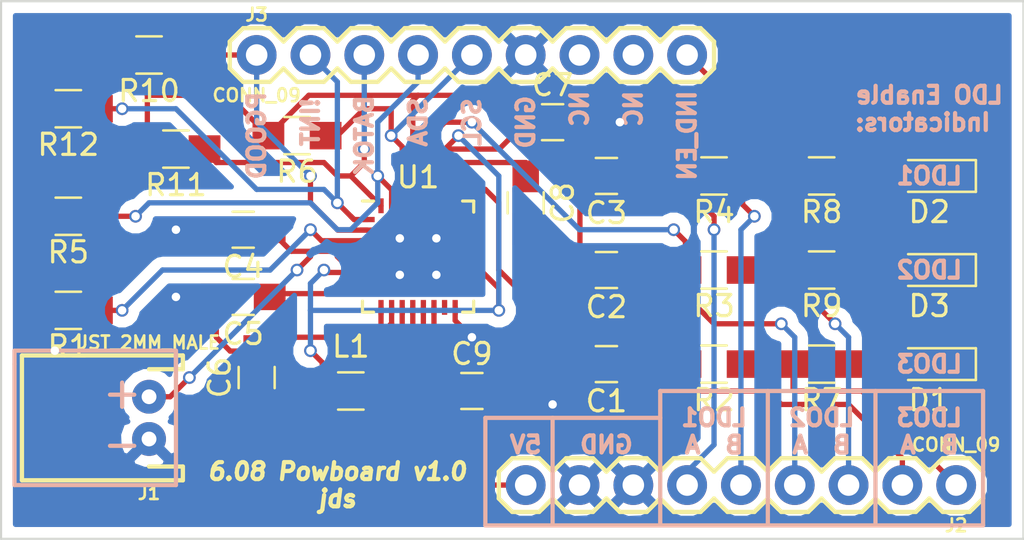
<source format=kicad_pcb>
(kicad_pcb (version 4) (host pcbnew 4.0.6)

  (general
    (links 74)
    (no_connects 0)
    (area 140.919999 86.175 189.280001 111.87618)
    (thickness 1.6)
    (drawings 43)
    (tracks 254)
    (zones 0)
    (modules 29)
    (nets 33)
  )

  (page A4)
  (layers
    (0 F.Cu signal)
    (31 B.Cu signal hide)
    (32 B.Adhes user)
    (33 F.Adhes user)
    (34 B.Paste user)
    (35 F.Paste user)
    (36 B.SilkS user)
    (37 F.SilkS user)
    (38 B.Mask user)
    (39 F.Mask user)
    (40 Dwgs.User user)
    (41 Cmts.User user)
    (42 Eco1.User user)
    (43 Eco2.User user)
    (44 Edge.Cuts user)
    (45 Margin user)
    (46 B.CrtYd user)
    (47 F.CrtYd user)
    (48 B.Fab user)
    (49 F.Fab user)
  )

  (setup
    (last_trace_width 0.25)
    (trace_clearance 0.2)
    (zone_clearance 0.508)
    (zone_45_only no)
    (trace_min 0.2)
    (segment_width 0.2)
    (edge_width 0.1)
    (via_size 0.6)
    (via_drill 0.4)
    (via_min_size 0.4)
    (via_min_drill 0.3)
    (uvia_size 0.3)
    (uvia_drill 0.1)
    (uvias_allowed no)
    (uvia_min_size 0.2)
    (uvia_min_drill 0.1)
    (pcb_text_width 0.3)
    (pcb_text_size 1.5 1.5)
    (mod_edge_width 0.15)
    (mod_text_size 1 1)
    (mod_text_width 0.15)
    (pad_size 1.5 1.5)
    (pad_drill 0.6)
    (pad_to_mask_clearance 0)
    (aux_axis_origin 0 0)
    (visible_elements FFFFFF7F)
    (pcbplotparams
      (layerselection 0x010fc_80000001)
      (usegerberextensions true)
      (excludeedgelayer true)
      (linewidth 0.100000)
      (plotframeref false)
      (viasonmask false)
      (mode 1)
      (useauxorigin false)
      (hpglpennumber 1)
      (hpglpenspeed 20)
      (hpglpendiameter 15)
      (hpglpenoverlay 2)
      (psnegative false)
      (psa4output false)
      (plotreference true)
      (plotvalue true)
      (plotinvisibletext false)
      (padsonsilk false)
      (subtractmaskfromsilk false)
      (outputformat 1)
      (mirror false)
      (drillshape 0)
      (scaleselection 1)
      (outputdirectory ""))
  )

  (net 0 "")
  (net 1 "Net-(C1-Pad1)")
  (net 2 GND)
  (net 3 "Net-(C2-Pad1)")
  (net 4 "Net-(C3-Pad1)")
  (net 5 "Net-(C4-Pad1)")
  (net 6 "Net-(C5-Pad1)")
  (net 7 "Net-(C6-Pad1)")
  (net 8 "Net-(C8-Pad1)")
  (net 9 VCC)
  (net 10 "Net-(D1-Pad1)")
  (net 11 "Net-(D1-Pad2)")
  (net 12 "Net-(D2-Pad2)")
  (net 13 "Net-(D3-Pad2)")
  (net 14 "Net-(J3-Pad1)")
  (net 15 "Net-(J3-Pad2)")
  (net 16 "Net-(J3-Pad3)")
  (net 17 "Net-(J3-Pad4)")
  (net 18 "Net-(J3-Pad5)")
  (net 19 "Net-(J3-Pad7)")
  (net 20 "Net-(J3-Pad8)")
  (net 21 "Net-(L1-Pad2)")
  (net 22 "Net-(R1-Pad1)")
  (net 23 "Net-(U1-Pad15)")
  (net 24 "Net-(U1-Pad17)")
  (net 25 "Net-(U1-Pad20)")
  (net 26 "Net-(U1-Pad21)")
  (net 27 "Net-(U1-Pad22)")
  (net 28 "Net-(U1-Pad23)")
  (net 29 "Net-(U1-Pad24)")
  (net 30 "Net-(J2-Pad1)")
  (net 31 "Net-(J2-Pad3)")
  (net 32 "Net-(J2-Pad5)")

  (net_class Default "This is the default net class."
    (clearance 0.2)
    (trace_width 0.25)
    (via_dia 0.6)
    (via_drill 0.4)
    (uvia_dia 0.3)
    (uvia_drill 0.1)
    (add_net GND)
    (add_net "Net-(C1-Pad1)")
    (add_net "Net-(C2-Pad1)")
    (add_net "Net-(C3-Pad1)")
    (add_net "Net-(C4-Pad1)")
    (add_net "Net-(C5-Pad1)")
    (add_net "Net-(C6-Pad1)")
    (add_net "Net-(C8-Pad1)")
    (add_net "Net-(D1-Pad1)")
    (add_net "Net-(D1-Pad2)")
    (add_net "Net-(D2-Pad2)")
    (add_net "Net-(D3-Pad2)")
    (add_net "Net-(J2-Pad1)")
    (add_net "Net-(J2-Pad3)")
    (add_net "Net-(J2-Pad5)")
    (add_net "Net-(J3-Pad1)")
    (add_net "Net-(J3-Pad2)")
    (add_net "Net-(J3-Pad3)")
    (add_net "Net-(J3-Pad4)")
    (add_net "Net-(J3-Pad5)")
    (add_net "Net-(J3-Pad7)")
    (add_net "Net-(J3-Pad8)")
    (add_net "Net-(L1-Pad2)")
    (add_net "Net-(R1-Pad1)")
    (add_net "Net-(U1-Pad15)")
    (add_net "Net-(U1-Pad17)")
    (add_net "Net-(U1-Pad20)")
    (add_net "Net-(U1-Pad21)")
    (add_net "Net-(U1-Pad22)")
    (add_net "Net-(U1-Pad23)")
    (add_net "Net-(U1-Pad24)")
    (add_net VCC)
  )

  (module Capacitors_SMD:C_0805_HandSoldering (layer F.Cu) (tedit 58AA84A8) (tstamp 5A37027B)
    (at 169.545 103.505 180)
    (descr "Capacitor SMD 0805, hand soldering")
    (tags "capacitor 0805")
    (path /5A1E4131)
    (attr smd)
    (fp_text reference C1 (at 0 -1.75 180) (layer F.SilkS)
      (effects (font (size 1 1) (thickness 0.15)))
    )
    (fp_text value 1u (at 0 1.75 180) (layer F.Fab)
      (effects (font (size 1 1) (thickness 0.15)))
    )
    (fp_text user %R (at 0 -1.75 180) (layer F.Fab)
      (effects (font (size 1 1) (thickness 0.15)))
    )
    (fp_line (start -1 0.62) (end -1 -0.62) (layer F.Fab) (width 0.1))
    (fp_line (start 1 0.62) (end -1 0.62) (layer F.Fab) (width 0.1))
    (fp_line (start 1 -0.62) (end 1 0.62) (layer F.Fab) (width 0.1))
    (fp_line (start -1 -0.62) (end 1 -0.62) (layer F.Fab) (width 0.1))
    (fp_line (start 0.5 -0.85) (end -0.5 -0.85) (layer F.SilkS) (width 0.12))
    (fp_line (start -0.5 0.85) (end 0.5 0.85) (layer F.SilkS) (width 0.12))
    (fp_line (start -2.25 -0.88) (end 2.25 -0.88) (layer F.CrtYd) (width 0.05))
    (fp_line (start -2.25 -0.88) (end -2.25 0.87) (layer F.CrtYd) (width 0.05))
    (fp_line (start 2.25 0.87) (end 2.25 -0.88) (layer F.CrtYd) (width 0.05))
    (fp_line (start 2.25 0.87) (end -2.25 0.87) (layer F.CrtYd) (width 0.05))
    (pad 1 smd rect (at -1.25 0 180) (size 1.5 1.25) (layers F.Cu F.Paste F.Mask)
      (net 1 "Net-(C1-Pad1)"))
    (pad 2 smd rect (at 1.25 0 180) (size 1.5 1.25) (layers F.Cu F.Paste F.Mask)
      (net 2 GND))
    (model Capacitors_SMD.3dshapes/C_0805.wrl
      (at (xyz 0 0 0))
      (scale (xyz 1 1 1))
      (rotate (xyz 0 0 0))
    )
  )

  (module Capacitors_SMD:C_0805_HandSoldering (layer F.Cu) (tedit 58AA84A8) (tstamp 5A370281)
    (at 169.545 99.06 180)
    (descr "Capacitor SMD 0805, hand soldering")
    (tags "capacitor 0805")
    (path /5A1E422F)
    (attr smd)
    (fp_text reference C2 (at 0 -1.75 180) (layer F.SilkS)
      (effects (font (size 1 1) (thickness 0.15)))
    )
    (fp_text value 1u (at 0 1.75 180) (layer F.Fab)
      (effects (font (size 1 1) (thickness 0.15)))
    )
    (fp_text user %R (at 0 -1.75 180) (layer F.Fab)
      (effects (font (size 1 1) (thickness 0.15)))
    )
    (fp_line (start -1 0.62) (end -1 -0.62) (layer F.Fab) (width 0.1))
    (fp_line (start 1 0.62) (end -1 0.62) (layer F.Fab) (width 0.1))
    (fp_line (start 1 -0.62) (end 1 0.62) (layer F.Fab) (width 0.1))
    (fp_line (start -1 -0.62) (end 1 -0.62) (layer F.Fab) (width 0.1))
    (fp_line (start 0.5 -0.85) (end -0.5 -0.85) (layer F.SilkS) (width 0.12))
    (fp_line (start -0.5 0.85) (end 0.5 0.85) (layer F.SilkS) (width 0.12))
    (fp_line (start -2.25 -0.88) (end 2.25 -0.88) (layer F.CrtYd) (width 0.05))
    (fp_line (start -2.25 -0.88) (end -2.25 0.87) (layer F.CrtYd) (width 0.05))
    (fp_line (start 2.25 0.87) (end 2.25 -0.88) (layer F.CrtYd) (width 0.05))
    (fp_line (start 2.25 0.87) (end -2.25 0.87) (layer F.CrtYd) (width 0.05))
    (pad 1 smd rect (at -1.25 0 180) (size 1.5 1.25) (layers F.Cu F.Paste F.Mask)
      (net 3 "Net-(C2-Pad1)"))
    (pad 2 smd rect (at 1.25 0 180) (size 1.5 1.25) (layers F.Cu F.Paste F.Mask)
      (net 2 GND))
    (model Capacitors_SMD.3dshapes/C_0805.wrl
      (at (xyz 0 0 0))
      (scale (xyz 1 1 1))
      (rotate (xyz 0 0 0))
    )
  )

  (module Capacitors_SMD:C_0805_HandSoldering (layer F.Cu) (tedit 58AA84A8) (tstamp 5A370287)
    (at 169.545 94.615 180)
    (descr "Capacitor SMD 0805, hand soldering")
    (tags "capacitor 0805")
    (path /5A1E41B7)
    (attr smd)
    (fp_text reference C3 (at 0 -1.75 180) (layer F.SilkS)
      (effects (font (size 1 1) (thickness 0.15)))
    )
    (fp_text value 1u (at 0 1.75 180) (layer F.Fab)
      (effects (font (size 1 1) (thickness 0.15)))
    )
    (fp_text user %R (at 0 -1.75 180) (layer F.Fab)
      (effects (font (size 1 1) (thickness 0.15)))
    )
    (fp_line (start -1 0.62) (end -1 -0.62) (layer F.Fab) (width 0.1))
    (fp_line (start 1 0.62) (end -1 0.62) (layer F.Fab) (width 0.1))
    (fp_line (start 1 -0.62) (end 1 0.62) (layer F.Fab) (width 0.1))
    (fp_line (start -1 -0.62) (end 1 -0.62) (layer F.Fab) (width 0.1))
    (fp_line (start 0.5 -0.85) (end -0.5 -0.85) (layer F.SilkS) (width 0.12))
    (fp_line (start -0.5 0.85) (end 0.5 0.85) (layer F.SilkS) (width 0.12))
    (fp_line (start -2.25 -0.88) (end 2.25 -0.88) (layer F.CrtYd) (width 0.05))
    (fp_line (start -2.25 -0.88) (end -2.25 0.87) (layer F.CrtYd) (width 0.05))
    (fp_line (start 2.25 0.87) (end 2.25 -0.88) (layer F.CrtYd) (width 0.05))
    (fp_line (start 2.25 0.87) (end -2.25 0.87) (layer F.CrtYd) (width 0.05))
    (pad 1 smd rect (at -1.25 0 180) (size 1.5 1.25) (layers F.Cu F.Paste F.Mask)
      (net 4 "Net-(C3-Pad1)"))
    (pad 2 smd rect (at 1.25 0 180) (size 1.5 1.25) (layers F.Cu F.Paste F.Mask)
      (net 2 GND))
    (model Capacitors_SMD.3dshapes/C_0805.wrl
      (at (xyz 0 0 0))
      (scale (xyz 1 1 1))
      (rotate (xyz 0 0 0))
    )
  )

  (module Capacitors_SMD:C_0805_HandSoldering (layer F.Cu) (tedit 58AA84A8) (tstamp 5A37028D)
    (at 152.4 97.155 180)
    (descr "Capacitor SMD 0805, hand soldering")
    (tags "capacitor 0805")
    (path /5A1E3E24)
    (attr smd)
    (fp_text reference C4 (at 0 -1.75 180) (layer F.SilkS)
      (effects (font (size 1 1) (thickness 0.15)))
    )
    (fp_text value 10u (at 0 1.75 180) (layer F.Fab)
      (effects (font (size 1 1) (thickness 0.15)))
    )
    (fp_text user %R (at 0 -1.75 180) (layer F.Fab)
      (effects (font (size 1 1) (thickness 0.15)))
    )
    (fp_line (start -1 0.62) (end -1 -0.62) (layer F.Fab) (width 0.1))
    (fp_line (start 1 0.62) (end -1 0.62) (layer F.Fab) (width 0.1))
    (fp_line (start 1 -0.62) (end 1 0.62) (layer F.Fab) (width 0.1))
    (fp_line (start -1 -0.62) (end 1 -0.62) (layer F.Fab) (width 0.1))
    (fp_line (start 0.5 -0.85) (end -0.5 -0.85) (layer F.SilkS) (width 0.12))
    (fp_line (start -0.5 0.85) (end 0.5 0.85) (layer F.SilkS) (width 0.12))
    (fp_line (start -2.25 -0.88) (end 2.25 -0.88) (layer F.CrtYd) (width 0.05))
    (fp_line (start -2.25 -0.88) (end -2.25 0.87) (layer F.CrtYd) (width 0.05))
    (fp_line (start 2.25 0.87) (end 2.25 -0.88) (layer F.CrtYd) (width 0.05))
    (fp_line (start 2.25 0.87) (end -2.25 0.87) (layer F.CrtYd) (width 0.05))
    (pad 1 smd rect (at -1.25 0 180) (size 1.5 1.25) (layers F.Cu F.Paste F.Mask)
      (net 5 "Net-(C4-Pad1)"))
    (pad 2 smd rect (at 1.25 0 180) (size 1.5 1.25) (layers F.Cu F.Paste F.Mask)
      (net 2 GND))
    (model Capacitors_SMD.3dshapes/C_0805.wrl
      (at (xyz 0 0 0))
      (scale (xyz 1 1 1))
      (rotate (xyz 0 0 0))
    )
  )

  (module Capacitors_SMD:C_0805_HandSoldering (layer F.Cu) (tedit 58AA84A8) (tstamp 5A370293)
    (at 152.4 100.33 180)
    (descr "Capacitor SMD 0805, hand soldering")
    (tags "capacitor 0805")
    (path /5A1E5244)
    (attr smd)
    (fp_text reference C5 (at 0 -1.75 180) (layer F.SilkS)
      (effects (font (size 1 1) (thickness 0.15)))
    )
    (fp_text value 4.7u (at 0 1.75 180) (layer F.Fab)
      (effects (font (size 1 1) (thickness 0.15)))
    )
    (fp_text user %R (at 0 -1.75 180) (layer F.Fab)
      (effects (font (size 1 1) (thickness 0.15)))
    )
    (fp_line (start -1 0.62) (end -1 -0.62) (layer F.Fab) (width 0.1))
    (fp_line (start 1 0.62) (end -1 0.62) (layer F.Fab) (width 0.1))
    (fp_line (start 1 -0.62) (end 1 0.62) (layer F.Fab) (width 0.1))
    (fp_line (start -1 -0.62) (end 1 -0.62) (layer F.Fab) (width 0.1))
    (fp_line (start 0.5 -0.85) (end -0.5 -0.85) (layer F.SilkS) (width 0.12))
    (fp_line (start -0.5 0.85) (end 0.5 0.85) (layer F.SilkS) (width 0.12))
    (fp_line (start -2.25 -0.88) (end 2.25 -0.88) (layer F.CrtYd) (width 0.05))
    (fp_line (start -2.25 -0.88) (end -2.25 0.87) (layer F.CrtYd) (width 0.05))
    (fp_line (start 2.25 0.87) (end 2.25 -0.88) (layer F.CrtYd) (width 0.05))
    (fp_line (start 2.25 0.87) (end -2.25 0.87) (layer F.CrtYd) (width 0.05))
    (pad 1 smd rect (at -1.25 0 180) (size 1.5 1.25) (layers F.Cu F.Paste F.Mask)
      (net 6 "Net-(C5-Pad1)"))
    (pad 2 smd rect (at 1.25 0 180) (size 1.5 1.25) (layers F.Cu F.Paste F.Mask)
      (net 2 GND))
    (model Capacitors_SMD.3dshapes/C_0805.wrl
      (at (xyz 0 0 0))
      (scale (xyz 1 1 1))
      (rotate (xyz 0 0 0))
    )
  )

  (module Capacitors_SMD:C_0805_HandSoldering (layer F.Cu) (tedit 58AA84A8) (tstamp 5A370299)
    (at 153.035 104.14 90)
    (descr "Capacitor SMD 0805, hand soldering")
    (tags "capacitor 0805")
    (path /5A1E2728)
    (attr smd)
    (fp_text reference C6 (at 0 -1.75 90) (layer F.SilkS)
      (effects (font (size 1 1) (thickness 0.15)))
    )
    (fp_text value 10u (at 0 1.75 90) (layer F.Fab)
      (effects (font (size 1 1) (thickness 0.15)))
    )
    (fp_text user %R (at 0 -1.75 90) (layer F.Fab)
      (effects (font (size 1 1) (thickness 0.15)))
    )
    (fp_line (start -1 0.62) (end -1 -0.62) (layer F.Fab) (width 0.1))
    (fp_line (start 1 0.62) (end -1 0.62) (layer F.Fab) (width 0.1))
    (fp_line (start 1 -0.62) (end 1 0.62) (layer F.Fab) (width 0.1))
    (fp_line (start -1 -0.62) (end 1 -0.62) (layer F.Fab) (width 0.1))
    (fp_line (start 0.5 -0.85) (end -0.5 -0.85) (layer F.SilkS) (width 0.12))
    (fp_line (start -0.5 0.85) (end 0.5 0.85) (layer F.SilkS) (width 0.12))
    (fp_line (start -2.25 -0.88) (end 2.25 -0.88) (layer F.CrtYd) (width 0.05))
    (fp_line (start -2.25 -0.88) (end -2.25 0.87) (layer F.CrtYd) (width 0.05))
    (fp_line (start 2.25 0.87) (end 2.25 -0.88) (layer F.CrtYd) (width 0.05))
    (fp_line (start 2.25 0.87) (end -2.25 0.87) (layer F.CrtYd) (width 0.05))
    (pad 1 smd rect (at -1.25 0 90) (size 1.5 1.25) (layers F.Cu F.Paste F.Mask)
      (net 7 "Net-(C6-Pad1)"))
    (pad 2 smd rect (at 1.25 0 90) (size 1.5 1.25) (layers F.Cu F.Paste F.Mask)
      (net 2 GND))
    (model Capacitors_SMD.3dshapes/C_0805.wrl
      (at (xyz 0 0 0))
      (scale (xyz 1 1 1))
      (rotate (xyz 0 0 0))
    )
  )

  (module Capacitors_SMD:C_0805_HandSoldering (layer F.Cu) (tedit 58AA84A8) (tstamp 5A37029F)
    (at 167.005 92.075)
    (descr "Capacitor SMD 0805, hand soldering")
    (tags "capacitor 0805")
    (path /5A1EB184)
    (attr smd)
    (fp_text reference C7 (at 0 -1.75) (layer F.SilkS)
      (effects (font (size 1 1) (thickness 0.15)))
    )
    (fp_text value 1u (at 0 1.75) (layer F.Fab)
      (effects (font (size 1 1) (thickness 0.15)))
    )
    (fp_text user %R (at 0 -1.75) (layer F.Fab)
      (effects (font (size 1 1) (thickness 0.15)))
    )
    (fp_line (start -1 0.62) (end -1 -0.62) (layer F.Fab) (width 0.1))
    (fp_line (start 1 0.62) (end -1 0.62) (layer F.Fab) (width 0.1))
    (fp_line (start 1 -0.62) (end 1 0.62) (layer F.Fab) (width 0.1))
    (fp_line (start -1 -0.62) (end 1 -0.62) (layer F.Fab) (width 0.1))
    (fp_line (start 0.5 -0.85) (end -0.5 -0.85) (layer F.SilkS) (width 0.12))
    (fp_line (start -0.5 0.85) (end 0.5 0.85) (layer F.SilkS) (width 0.12))
    (fp_line (start -2.25 -0.88) (end 2.25 -0.88) (layer F.CrtYd) (width 0.05))
    (fp_line (start -2.25 -0.88) (end -2.25 0.87) (layer F.CrtYd) (width 0.05))
    (fp_line (start 2.25 0.87) (end 2.25 -0.88) (layer F.CrtYd) (width 0.05))
    (fp_line (start 2.25 0.87) (end -2.25 0.87) (layer F.CrtYd) (width 0.05))
    (pad 1 smd rect (at -1.25 0) (size 1.5 1.25) (layers F.Cu F.Paste F.Mask)
      (net 7 "Net-(C6-Pad1)"))
    (pad 2 smd rect (at 1.25 0) (size 1.5 1.25) (layers F.Cu F.Paste F.Mask)
      (net 2 GND))
    (model Capacitors_SMD.3dshapes/C_0805.wrl
      (at (xyz 0 0 0))
      (scale (xyz 1 1 1))
      (rotate (xyz 0 0 0))
    )
  )

  (module Capacitors_SMD:C_0805_HandSoldering (layer F.Cu) (tedit 58AA84A8) (tstamp 5A3702A5)
    (at 165.735 95.885 270)
    (descr "Capacitor SMD 0805, hand soldering")
    (tags "capacitor 0805")
    (path /5A1E52C6)
    (attr smd)
    (fp_text reference C8 (at 0 -1.75 270) (layer F.SilkS)
      (effects (font (size 1 1) (thickness 0.15)))
    )
    (fp_text value 2.2u (at 0 1.75 270) (layer F.Fab)
      (effects (font (size 1 1) (thickness 0.15)))
    )
    (fp_text user %R (at 0 -1.75 270) (layer F.Fab)
      (effects (font (size 1 1) (thickness 0.15)))
    )
    (fp_line (start -1 0.62) (end -1 -0.62) (layer F.Fab) (width 0.1))
    (fp_line (start 1 0.62) (end -1 0.62) (layer F.Fab) (width 0.1))
    (fp_line (start 1 -0.62) (end 1 0.62) (layer F.Fab) (width 0.1))
    (fp_line (start -1 -0.62) (end 1 -0.62) (layer F.Fab) (width 0.1))
    (fp_line (start 0.5 -0.85) (end -0.5 -0.85) (layer F.SilkS) (width 0.12))
    (fp_line (start -0.5 0.85) (end 0.5 0.85) (layer F.SilkS) (width 0.12))
    (fp_line (start -2.25 -0.88) (end 2.25 -0.88) (layer F.CrtYd) (width 0.05))
    (fp_line (start -2.25 -0.88) (end -2.25 0.87) (layer F.CrtYd) (width 0.05))
    (fp_line (start 2.25 0.87) (end 2.25 -0.88) (layer F.CrtYd) (width 0.05))
    (fp_line (start 2.25 0.87) (end -2.25 0.87) (layer F.CrtYd) (width 0.05))
    (pad 1 smd rect (at -1.25 0 270) (size 1.5 1.25) (layers F.Cu F.Paste F.Mask)
      (net 8 "Net-(C8-Pad1)"))
    (pad 2 smd rect (at 1.25 0 270) (size 1.5 1.25) (layers F.Cu F.Paste F.Mask)
      (net 2 GND))
    (model Capacitors_SMD.3dshapes/C_0805.wrl
      (at (xyz 0 0 0))
      (scale (xyz 1 1 1))
      (rotate (xyz 0 0 0))
    )
  )

  (module Capacitors_SMD:C_0805_HandSoldering (layer F.Cu) (tedit 58AA84A8) (tstamp 5A3702AB)
    (at 163.195 104.775)
    (descr "Capacitor SMD 0805, hand soldering")
    (tags "capacitor 0805")
    (path /5A1E258F)
    (attr smd)
    (fp_text reference C9 (at 0 -1.75) (layer F.SilkS)
      (effects (font (size 1 1) (thickness 0.15)))
    )
    (fp_text value 2.2u (at 0 1.75) (layer F.Fab)
      (effects (font (size 1 1) (thickness 0.15)))
    )
    (fp_text user %R (at 0 -1.75) (layer F.Fab)
      (effects (font (size 1 1) (thickness 0.15)))
    )
    (fp_line (start -1 0.62) (end -1 -0.62) (layer F.Fab) (width 0.1))
    (fp_line (start 1 0.62) (end -1 0.62) (layer F.Fab) (width 0.1))
    (fp_line (start 1 -0.62) (end 1 0.62) (layer F.Fab) (width 0.1))
    (fp_line (start -1 -0.62) (end 1 -0.62) (layer F.Fab) (width 0.1))
    (fp_line (start 0.5 -0.85) (end -0.5 -0.85) (layer F.SilkS) (width 0.12))
    (fp_line (start -0.5 0.85) (end 0.5 0.85) (layer F.SilkS) (width 0.12))
    (fp_line (start -2.25 -0.88) (end 2.25 -0.88) (layer F.CrtYd) (width 0.05))
    (fp_line (start -2.25 -0.88) (end -2.25 0.87) (layer F.CrtYd) (width 0.05))
    (fp_line (start 2.25 0.87) (end 2.25 -0.88) (layer F.CrtYd) (width 0.05))
    (fp_line (start 2.25 0.87) (end -2.25 0.87) (layer F.CrtYd) (width 0.05))
    (pad 1 smd rect (at -1.25 0) (size 1.5 1.25) (layers F.Cu F.Paste F.Mask)
      (net 9 VCC))
    (pad 2 smd rect (at 1.25 0) (size 1.5 1.25) (layers F.Cu F.Paste F.Mask)
      (net 2 GND))
    (model Capacitors_SMD.3dshapes/C_0805.wrl
      (at (xyz 0 0 0))
      (scale (xyz 1 1 1))
      (rotate (xyz 0 0 0))
    )
  )

  (module LEDs:LED_0805_HandSoldering (layer F.Cu) (tedit 595FCA25) (tstamp 5A3702B1)
    (at 184.785 103.505 180)
    (descr "Resistor SMD 0805, hand soldering")
    (tags "resistor 0805")
    (path /5A36FA5C)
    (attr smd)
    (fp_text reference D1 (at 0 -1.7 180) (layer F.SilkS)
      (effects (font (size 1 1) (thickness 0.15)))
    )
    (fp_text value LED (at 0 1.75 180) (layer F.Fab)
      (effects (font (size 1 1) (thickness 0.15)))
    )
    (fp_line (start -0.4 -0.4) (end -0.4 0.4) (layer F.Fab) (width 0.1))
    (fp_line (start -0.4 0) (end 0.2 -0.4) (layer F.Fab) (width 0.1))
    (fp_line (start 0.2 0.4) (end -0.4 0) (layer F.Fab) (width 0.1))
    (fp_line (start 0.2 -0.4) (end 0.2 0.4) (layer F.Fab) (width 0.1))
    (fp_line (start -1 0.62) (end -1 -0.62) (layer F.Fab) (width 0.1))
    (fp_line (start 1 0.62) (end -1 0.62) (layer F.Fab) (width 0.1))
    (fp_line (start 1 -0.62) (end 1 0.62) (layer F.Fab) (width 0.1))
    (fp_line (start -1 -0.62) (end 1 -0.62) (layer F.Fab) (width 0.1))
    (fp_line (start 1 0.75) (end -2.2 0.75) (layer F.SilkS) (width 0.12))
    (fp_line (start -2.2 -0.75) (end 1 -0.75) (layer F.SilkS) (width 0.12))
    (fp_line (start -2.35 -0.9) (end 2.35 -0.9) (layer F.CrtYd) (width 0.05))
    (fp_line (start -2.35 -0.9) (end -2.35 0.9) (layer F.CrtYd) (width 0.05))
    (fp_line (start 2.35 0.9) (end 2.35 -0.9) (layer F.CrtYd) (width 0.05))
    (fp_line (start 2.35 0.9) (end -2.35 0.9) (layer F.CrtYd) (width 0.05))
    (fp_line (start -2.2 -0.75) (end -2.2 0.75) (layer F.SilkS) (width 0.12))
    (pad 1 smd rect (at -1.35 0 180) (size 1.5 1.3) (layers F.Cu F.Paste F.Mask)
      (net 10 "Net-(D1-Pad1)"))
    (pad 2 smd rect (at 1.35 0 180) (size 1.5 1.3) (layers F.Cu F.Paste F.Mask)
      (net 11 "Net-(D1-Pad2)"))
    (model ${KISYS3DMOD}/LEDs.3dshapes/LED_0805.wrl
      (at (xyz 0 0 0))
      (scale (xyz 1 1 1))
      (rotate (xyz 0 0 0))
    )
  )

  (module LEDs:LED_0805_HandSoldering (layer F.Cu) (tedit 595FCA25) (tstamp 5A3702B7)
    (at 184.785 94.615 180)
    (descr "Resistor SMD 0805, hand soldering")
    (tags "resistor 0805")
    (path /5A37201C)
    (attr smd)
    (fp_text reference D2 (at 0 -1.7 180) (layer F.SilkS)
      (effects (font (size 1 1) (thickness 0.15)))
    )
    (fp_text value LED (at 0 1.75 180) (layer F.Fab)
      (effects (font (size 1 1) (thickness 0.15)))
    )
    (fp_line (start -0.4 -0.4) (end -0.4 0.4) (layer F.Fab) (width 0.1))
    (fp_line (start -0.4 0) (end 0.2 -0.4) (layer F.Fab) (width 0.1))
    (fp_line (start 0.2 0.4) (end -0.4 0) (layer F.Fab) (width 0.1))
    (fp_line (start 0.2 -0.4) (end 0.2 0.4) (layer F.Fab) (width 0.1))
    (fp_line (start -1 0.62) (end -1 -0.62) (layer F.Fab) (width 0.1))
    (fp_line (start 1 0.62) (end -1 0.62) (layer F.Fab) (width 0.1))
    (fp_line (start 1 -0.62) (end 1 0.62) (layer F.Fab) (width 0.1))
    (fp_line (start -1 -0.62) (end 1 -0.62) (layer F.Fab) (width 0.1))
    (fp_line (start 1 0.75) (end -2.2 0.75) (layer F.SilkS) (width 0.12))
    (fp_line (start -2.2 -0.75) (end 1 -0.75) (layer F.SilkS) (width 0.12))
    (fp_line (start -2.35 -0.9) (end 2.35 -0.9) (layer F.CrtYd) (width 0.05))
    (fp_line (start -2.35 -0.9) (end -2.35 0.9) (layer F.CrtYd) (width 0.05))
    (fp_line (start 2.35 0.9) (end 2.35 -0.9) (layer F.CrtYd) (width 0.05))
    (fp_line (start 2.35 0.9) (end -2.35 0.9) (layer F.CrtYd) (width 0.05))
    (fp_line (start -2.2 -0.75) (end -2.2 0.75) (layer F.SilkS) (width 0.12))
    (pad 1 smd rect (at -1.35 0 180) (size 1.5 1.3) (layers F.Cu F.Paste F.Mask)
      (net 10 "Net-(D1-Pad1)"))
    (pad 2 smd rect (at 1.35 0 180) (size 1.5 1.3) (layers F.Cu F.Paste F.Mask)
      (net 12 "Net-(D2-Pad2)"))
    (model ${KISYS3DMOD}/LEDs.3dshapes/LED_0805.wrl
      (at (xyz 0 0 0))
      (scale (xyz 1 1 1))
      (rotate (xyz 0 0 0))
    )
  )

  (module LEDs:LED_0805_HandSoldering (layer F.Cu) (tedit 595FCA25) (tstamp 5A3702BD)
    (at 184.785 99.06 180)
    (descr "Resistor SMD 0805, hand soldering")
    (tags "resistor 0805")
    (path /5A372078)
    (attr smd)
    (fp_text reference D3 (at 0 -1.7 180) (layer F.SilkS)
      (effects (font (size 1 1) (thickness 0.15)))
    )
    (fp_text value LED (at 0 1.75 180) (layer F.Fab)
      (effects (font (size 1 1) (thickness 0.15)))
    )
    (fp_line (start -0.4 -0.4) (end -0.4 0.4) (layer F.Fab) (width 0.1))
    (fp_line (start -0.4 0) (end 0.2 -0.4) (layer F.Fab) (width 0.1))
    (fp_line (start 0.2 0.4) (end -0.4 0) (layer F.Fab) (width 0.1))
    (fp_line (start 0.2 -0.4) (end 0.2 0.4) (layer F.Fab) (width 0.1))
    (fp_line (start -1 0.62) (end -1 -0.62) (layer F.Fab) (width 0.1))
    (fp_line (start 1 0.62) (end -1 0.62) (layer F.Fab) (width 0.1))
    (fp_line (start 1 -0.62) (end 1 0.62) (layer F.Fab) (width 0.1))
    (fp_line (start -1 -0.62) (end 1 -0.62) (layer F.Fab) (width 0.1))
    (fp_line (start 1 0.75) (end -2.2 0.75) (layer F.SilkS) (width 0.12))
    (fp_line (start -2.2 -0.75) (end 1 -0.75) (layer F.SilkS) (width 0.12))
    (fp_line (start -2.35 -0.9) (end 2.35 -0.9) (layer F.CrtYd) (width 0.05))
    (fp_line (start -2.35 -0.9) (end -2.35 0.9) (layer F.CrtYd) (width 0.05))
    (fp_line (start 2.35 0.9) (end 2.35 -0.9) (layer F.CrtYd) (width 0.05))
    (fp_line (start 2.35 0.9) (end -2.35 0.9) (layer F.CrtYd) (width 0.05))
    (fp_line (start -2.2 -0.75) (end -2.2 0.75) (layer F.SilkS) (width 0.12))
    (pad 1 smd rect (at -1.35 0 180) (size 1.5 1.3) (layers F.Cu F.Paste F.Mask)
      (net 10 "Net-(D1-Pad1)"))
    (pad 2 smd rect (at 1.35 0 180) (size 1.5 1.3) (layers F.Cu F.Paste F.Mask)
      (net 13 "Net-(D3-Pad2)"))
    (model ${KISYS3DMOD}/LEDs.3dshapes/LED_0805.wrl
      (at (xyz 0 0 0))
      (scale (xyz 1 1 1))
      (rotate (xyz 0 0 0))
    )
  )

  (module Connectors:JST-2-PTH (layer F.Cu) (tedit 200000) (tstamp 5A3702C3)
    (at 147.955 106.045 90)
    (descr "JST 2 PIN RIGHT ANGLE PLATED THROUGH  HOLE")
    (tags "JST 2 PIN RIGHT ANGLE PLATED THROUGH  HOLE")
    (path /5A1E2462)
    (attr virtual)
    (fp_text reference J1 (at -3.556 0 180) (layer F.SilkS)
      (effects (font (size 0.6096 0.6096) (thickness 0.127)))
    )
    (fp_text value JST_2MM_MALE (at 3.556 0 180) (layer F.SilkS)
      (effects (font (size 0.6096 0.6096) (thickness 0.127)))
    )
    (fp_line (start -2.94894 1.59766) (end -2.94894 -5.99948) (layer F.SilkS) (width 0.2032))
    (fp_line (start -2.94894 -5.99948) (end 2.94894 -5.99948) (layer F.SilkS) (width 0.2032))
    (fp_line (start 2.94894 -5.99948) (end 2.94894 1.59766) (layer F.SilkS) (width 0.2032))
    (fp_line (start -2.94894 1.59766) (end -2.2987 1.59766) (layer F.SilkS) (width 0.2032))
    (fp_line (start 2.94894 1.59766) (end 2.2987 1.59766) (layer F.SilkS) (width 0.2032))
    (fp_line (start -2.2987 1.59766) (end -2.2987 0) (layer F.SilkS) (width 0.2032))
    (fp_line (start 2.2987 1.59766) (end 2.2987 0) (layer F.SilkS) (width 0.2032))
    (fp_text user + (at 1.23444 -1.3335 90) (layer Dwgs.User)
      (effects (font (size 1.27 1.27) (thickness 0.1016)))
    )
    (fp_text user - (at -0.76454 -1.3335 90) (layer Dwgs.User)
      (effects (font (size 1.27 1.27) (thickness 0.1016)))
    )
    (pad 1 thru_hole circle (at -0.99822 0 90) (size 1.59766 1.59766) (drill 0.6985) (layers *.Cu *.Mask)
      (net 2 GND) (solder_mask_margin 0.1016))
    (pad 2 thru_hole circle (at 0.99822 0 90) (size 1.59766 1.59766) (drill 0.6985) (layers *.Cu *.Mask)
      (net 5 "Net-(C4-Pad1)") (solder_mask_margin 0.1016))
  )

  (module Connectors:1X09 (layer F.Cu) (tedit 5963D769) (tstamp 5A3702D0)
    (at 186.055 109.22 180)
    (descr "PLATED THROUGH HOLE -9 PIN")
    (tags "PLATED THROUGH HOLE -9 PIN")
    (path /5A370CB8)
    (attr virtual)
    (fp_text reference J2 (at 0 -1.905 180) (layer F.SilkS)
      (effects (font (size 0.6096 0.6096) (thickness 0.127)))
    )
    (fp_text value CONN_09 (at 0 1.905 180) (layer F.SilkS)
      (effects (font (size 0.6096 0.6096) (thickness 0.127)))
    )
    (fp_line (start 14.605 -1.27) (end 15.875 -1.27) (layer F.SilkS) (width 0.2032))
    (fp_line (start 15.875 -1.27) (end 16.51 -0.635) (layer F.SilkS) (width 0.2032))
    (fp_line (start 16.51 0.635) (end 15.875 1.27) (layer F.SilkS) (width 0.2032))
    (fp_line (start 11.43 -0.635) (end 12.065 -1.27) (layer F.SilkS) (width 0.2032))
    (fp_line (start 12.065 -1.27) (end 13.335 -1.27) (layer F.SilkS) (width 0.2032))
    (fp_line (start 13.335 -1.27) (end 13.97 -0.635) (layer F.SilkS) (width 0.2032))
    (fp_line (start 13.97 0.635) (end 13.335 1.27) (layer F.SilkS) (width 0.2032))
    (fp_line (start 13.335 1.27) (end 12.065 1.27) (layer F.SilkS) (width 0.2032))
    (fp_line (start 12.065 1.27) (end 11.43 0.635) (layer F.SilkS) (width 0.2032))
    (fp_line (start 14.605 -1.27) (end 13.97 -0.635) (layer F.SilkS) (width 0.2032))
    (fp_line (start 13.97 0.635) (end 14.605 1.27) (layer F.SilkS) (width 0.2032))
    (fp_line (start 15.875 1.27) (end 14.605 1.27) (layer F.SilkS) (width 0.2032))
    (fp_line (start 6.985 -1.27) (end 8.255 -1.27) (layer F.SilkS) (width 0.2032))
    (fp_line (start 8.255 -1.27) (end 8.89 -0.635) (layer F.SilkS) (width 0.2032))
    (fp_line (start 8.89 0.635) (end 8.255 1.27) (layer F.SilkS) (width 0.2032))
    (fp_line (start 8.89 -0.635) (end 9.525 -1.27) (layer F.SilkS) (width 0.2032))
    (fp_line (start 9.525 -1.27) (end 10.795 -1.27) (layer F.SilkS) (width 0.2032))
    (fp_line (start 10.795 -1.27) (end 11.43 -0.635) (layer F.SilkS) (width 0.2032))
    (fp_line (start 11.43 0.635) (end 10.795 1.27) (layer F.SilkS) (width 0.2032))
    (fp_line (start 10.795 1.27) (end 9.525 1.27) (layer F.SilkS) (width 0.2032))
    (fp_line (start 9.525 1.27) (end 8.89 0.635) (layer F.SilkS) (width 0.2032))
    (fp_line (start 3.81 -0.635) (end 4.445 -1.27) (layer F.SilkS) (width 0.2032))
    (fp_line (start 4.445 -1.27) (end 5.715 -1.27) (layer F.SilkS) (width 0.2032))
    (fp_line (start 5.715 -1.27) (end 6.35 -0.635) (layer F.SilkS) (width 0.2032))
    (fp_line (start 6.35 0.635) (end 5.715 1.27) (layer F.SilkS) (width 0.2032))
    (fp_line (start 5.715 1.27) (end 4.445 1.27) (layer F.SilkS) (width 0.2032))
    (fp_line (start 4.445 1.27) (end 3.81 0.635) (layer F.SilkS) (width 0.2032))
    (fp_line (start 6.985 -1.27) (end 6.35 -0.635) (layer F.SilkS) (width 0.2032))
    (fp_line (start 6.35 0.635) (end 6.985 1.27) (layer F.SilkS) (width 0.2032))
    (fp_line (start 8.255 1.27) (end 6.985 1.27) (layer F.SilkS) (width 0.2032))
    (fp_line (start -0.635 -1.27) (end 0.635 -1.27) (layer F.SilkS) (width 0.2032))
    (fp_line (start 0.635 -1.27) (end 1.27 -0.635) (layer F.SilkS) (width 0.2032))
    (fp_line (start 1.27 0.635) (end 0.635 1.27) (layer F.SilkS) (width 0.2032))
    (fp_line (start 1.27 -0.635) (end 1.905 -1.27) (layer F.SilkS) (width 0.2032))
    (fp_line (start 1.905 -1.27) (end 3.175 -1.27) (layer F.SilkS) (width 0.2032))
    (fp_line (start 3.175 -1.27) (end 3.81 -0.635) (layer F.SilkS) (width 0.2032))
    (fp_line (start 3.81 0.635) (end 3.175 1.27) (layer F.SilkS) (width 0.2032))
    (fp_line (start 3.175 1.27) (end 1.905 1.27) (layer F.SilkS) (width 0.2032))
    (fp_line (start 1.905 1.27) (end 1.27 0.635) (layer F.SilkS) (width 0.2032))
    (fp_line (start -1.27 -0.635) (end -1.27 0.635) (layer F.SilkS) (width 0.2032))
    (fp_line (start -0.635 -1.27) (end -1.27 -0.635) (layer F.SilkS) (width 0.2032))
    (fp_line (start -1.27 0.635) (end -0.635 1.27) (layer F.SilkS) (width 0.2032))
    (fp_line (start 0.635 1.27) (end -0.635 1.27) (layer F.SilkS) (width 0.2032))
    (fp_line (start 17.145 -1.27) (end 18.415 -1.27) (layer F.SilkS) (width 0.2032))
    (fp_line (start 18.415 -1.27) (end 19.05 -0.635) (layer F.SilkS) (width 0.2032))
    (fp_line (start 19.05 0.635) (end 18.415 1.27) (layer F.SilkS) (width 0.2032))
    (fp_line (start 17.145 -1.27) (end 16.51 -0.635) (layer F.SilkS) (width 0.2032))
    (fp_line (start 16.51 0.635) (end 17.145 1.27) (layer F.SilkS) (width 0.2032))
    (fp_line (start 18.415 1.27) (end 17.145 1.27) (layer F.SilkS) (width 0.2032))
    (fp_line (start 19.685 -1.27) (end 20.955 -1.27) (layer F.SilkS) (width 0.2032))
    (fp_line (start 20.955 -1.27) (end 21.59 -0.635) (layer F.SilkS) (width 0.2032))
    (fp_line (start 21.59 0.635) (end 20.955 1.27) (layer F.SilkS) (width 0.2032))
    (fp_line (start 19.685 -1.27) (end 19.05 -0.635) (layer F.SilkS) (width 0.2032))
    (fp_line (start 19.05 0.635) (end 19.685 1.27) (layer F.SilkS) (width 0.2032))
    (fp_line (start 20.955 1.27) (end 19.685 1.27) (layer F.SilkS) (width 0.2032))
    (fp_line (start 21.59 -0.635) (end 21.59 0.635) (layer F.SilkS) (width 0.2032))
    (pad 1 thru_hole circle (at 0 0 180) (size 1.8796 1.8796) (drill 1.016) (layers *.Cu *.Mask)
      (net 30 "Net-(J2-Pad1)") (solder_mask_margin 0.1016))
    (pad 2 thru_hole circle (at 2.54 0 180) (size 1.8796 1.8796) (drill 1.016) (layers *.Cu *.Mask)
      (net 1 "Net-(C1-Pad1)") (solder_mask_margin 0.1016))
    (pad 3 thru_hole circle (at 5.08 0 180) (size 1.8796 1.8796) (drill 1.016) (layers *.Cu *.Mask)
      (net 31 "Net-(J2-Pad3)") (solder_mask_margin 0.1016))
    (pad 4 thru_hole circle (at 7.62 0 180) (size 1.8796 1.8796) (drill 1.016) (layers *.Cu *.Mask)
      (net 3 "Net-(C2-Pad1)") (solder_mask_margin 0.1016))
    (pad 5 thru_hole circle (at 10.16 0 180) (size 1.8796 1.8796) (drill 1.016) (layers *.Cu *.Mask)
      (net 32 "Net-(J2-Pad5)") (solder_mask_margin 0.1016))
    (pad 6 thru_hole circle (at 12.7 0 180) (size 1.8796 1.8796) (drill 1.016) (layers *.Cu *.Mask)
      (net 4 "Net-(C3-Pad1)") (solder_mask_margin 0.1016))
    (pad 7 thru_hole circle (at 15.24 0 180) (size 1.8796 1.8796) (drill 1.016) (layers *.Cu *.Mask)
      (net 2 GND) (solder_mask_margin 0.1016))
    (pad 8 thru_hole circle (at 17.78 0 180) (size 1.8796 1.8796) (drill 1.016) (layers *.Cu *.Mask)
      (net 2 GND) (solder_mask_margin 0.1016))
    (pad 9 thru_hole circle (at 20.32 0 180) (size 1.8796 1.8796) (drill 1.016) (layers *.Cu *.Mask)
      (net 9 VCC) (solder_mask_margin 0.1016))
  )

  (module Connectors:1X09 (layer F.Cu) (tedit 5963D769) (tstamp 5A3702DD)
    (at 153.035 88.9)
    (descr "PLATED THROUGH HOLE -9 PIN")
    (tags "PLATED THROUGH HOLE -9 PIN")
    (path /5A370BF9)
    (attr virtual)
    (fp_text reference J3 (at 0 -1.905) (layer F.SilkS)
      (effects (font (size 0.6096 0.6096) (thickness 0.127)))
    )
    (fp_text value CONN_09 (at 0 1.905) (layer F.SilkS)
      (effects (font (size 0.6096 0.6096) (thickness 0.127)))
    )
    (fp_line (start 14.605 -1.27) (end 15.875 -1.27) (layer F.SilkS) (width 0.2032))
    (fp_line (start 15.875 -1.27) (end 16.51 -0.635) (layer F.SilkS) (width 0.2032))
    (fp_line (start 16.51 0.635) (end 15.875 1.27) (layer F.SilkS) (width 0.2032))
    (fp_line (start 11.43 -0.635) (end 12.065 -1.27) (layer F.SilkS) (width 0.2032))
    (fp_line (start 12.065 -1.27) (end 13.335 -1.27) (layer F.SilkS) (width 0.2032))
    (fp_line (start 13.335 -1.27) (end 13.97 -0.635) (layer F.SilkS) (width 0.2032))
    (fp_line (start 13.97 0.635) (end 13.335 1.27) (layer F.SilkS) (width 0.2032))
    (fp_line (start 13.335 1.27) (end 12.065 1.27) (layer F.SilkS) (width 0.2032))
    (fp_line (start 12.065 1.27) (end 11.43 0.635) (layer F.SilkS) (width 0.2032))
    (fp_line (start 14.605 -1.27) (end 13.97 -0.635) (layer F.SilkS) (width 0.2032))
    (fp_line (start 13.97 0.635) (end 14.605 1.27) (layer F.SilkS) (width 0.2032))
    (fp_line (start 15.875 1.27) (end 14.605 1.27) (layer F.SilkS) (width 0.2032))
    (fp_line (start 6.985 -1.27) (end 8.255 -1.27) (layer F.SilkS) (width 0.2032))
    (fp_line (start 8.255 -1.27) (end 8.89 -0.635) (layer F.SilkS) (width 0.2032))
    (fp_line (start 8.89 0.635) (end 8.255 1.27) (layer F.SilkS) (width 0.2032))
    (fp_line (start 8.89 -0.635) (end 9.525 -1.27) (layer F.SilkS) (width 0.2032))
    (fp_line (start 9.525 -1.27) (end 10.795 -1.27) (layer F.SilkS) (width 0.2032))
    (fp_line (start 10.795 -1.27) (end 11.43 -0.635) (layer F.SilkS) (width 0.2032))
    (fp_line (start 11.43 0.635) (end 10.795 1.27) (layer F.SilkS) (width 0.2032))
    (fp_line (start 10.795 1.27) (end 9.525 1.27) (layer F.SilkS) (width 0.2032))
    (fp_line (start 9.525 1.27) (end 8.89 0.635) (layer F.SilkS) (width 0.2032))
    (fp_line (start 3.81 -0.635) (end 4.445 -1.27) (layer F.SilkS) (width 0.2032))
    (fp_line (start 4.445 -1.27) (end 5.715 -1.27) (layer F.SilkS) (width 0.2032))
    (fp_line (start 5.715 -1.27) (end 6.35 -0.635) (layer F.SilkS) (width 0.2032))
    (fp_line (start 6.35 0.635) (end 5.715 1.27) (layer F.SilkS) (width 0.2032))
    (fp_line (start 5.715 1.27) (end 4.445 1.27) (layer F.SilkS) (width 0.2032))
    (fp_line (start 4.445 1.27) (end 3.81 0.635) (layer F.SilkS) (width 0.2032))
    (fp_line (start 6.985 -1.27) (end 6.35 -0.635) (layer F.SilkS) (width 0.2032))
    (fp_line (start 6.35 0.635) (end 6.985 1.27) (layer F.SilkS) (width 0.2032))
    (fp_line (start 8.255 1.27) (end 6.985 1.27) (layer F.SilkS) (width 0.2032))
    (fp_line (start -0.635 -1.27) (end 0.635 -1.27) (layer F.SilkS) (width 0.2032))
    (fp_line (start 0.635 -1.27) (end 1.27 -0.635) (layer F.SilkS) (width 0.2032))
    (fp_line (start 1.27 0.635) (end 0.635 1.27) (layer F.SilkS) (width 0.2032))
    (fp_line (start 1.27 -0.635) (end 1.905 -1.27) (layer F.SilkS) (width 0.2032))
    (fp_line (start 1.905 -1.27) (end 3.175 -1.27) (layer F.SilkS) (width 0.2032))
    (fp_line (start 3.175 -1.27) (end 3.81 -0.635) (layer F.SilkS) (width 0.2032))
    (fp_line (start 3.81 0.635) (end 3.175 1.27) (layer F.SilkS) (width 0.2032))
    (fp_line (start 3.175 1.27) (end 1.905 1.27) (layer F.SilkS) (width 0.2032))
    (fp_line (start 1.905 1.27) (end 1.27 0.635) (layer F.SilkS) (width 0.2032))
    (fp_line (start -1.27 -0.635) (end -1.27 0.635) (layer F.SilkS) (width 0.2032))
    (fp_line (start -0.635 -1.27) (end -1.27 -0.635) (layer F.SilkS) (width 0.2032))
    (fp_line (start -1.27 0.635) (end -0.635 1.27) (layer F.SilkS) (width 0.2032))
    (fp_line (start 0.635 1.27) (end -0.635 1.27) (layer F.SilkS) (width 0.2032))
    (fp_line (start 17.145 -1.27) (end 18.415 -1.27) (layer F.SilkS) (width 0.2032))
    (fp_line (start 18.415 -1.27) (end 19.05 -0.635) (layer F.SilkS) (width 0.2032))
    (fp_line (start 19.05 0.635) (end 18.415 1.27) (layer F.SilkS) (width 0.2032))
    (fp_line (start 17.145 -1.27) (end 16.51 -0.635) (layer F.SilkS) (width 0.2032))
    (fp_line (start 16.51 0.635) (end 17.145 1.27) (layer F.SilkS) (width 0.2032))
    (fp_line (start 18.415 1.27) (end 17.145 1.27) (layer F.SilkS) (width 0.2032))
    (fp_line (start 19.685 -1.27) (end 20.955 -1.27) (layer F.SilkS) (width 0.2032))
    (fp_line (start 20.955 -1.27) (end 21.59 -0.635) (layer F.SilkS) (width 0.2032))
    (fp_line (start 21.59 0.635) (end 20.955 1.27) (layer F.SilkS) (width 0.2032))
    (fp_line (start 19.685 -1.27) (end 19.05 -0.635) (layer F.SilkS) (width 0.2032))
    (fp_line (start 19.05 0.635) (end 19.685 1.27) (layer F.SilkS) (width 0.2032))
    (fp_line (start 20.955 1.27) (end 19.685 1.27) (layer F.SilkS) (width 0.2032))
    (fp_line (start 21.59 -0.635) (end 21.59 0.635) (layer F.SilkS) (width 0.2032))
    (pad 1 thru_hole circle (at 0 0) (size 1.8796 1.8796) (drill 1.016) (layers *.Cu *.Mask)
      (net 14 "Net-(J3-Pad1)") (solder_mask_margin 0.1016))
    (pad 2 thru_hole circle (at 2.54 0) (size 1.8796 1.8796) (drill 1.016) (layers *.Cu *.Mask)
      (net 15 "Net-(J3-Pad2)") (solder_mask_margin 0.1016))
    (pad 3 thru_hole circle (at 5.08 0) (size 1.8796 1.8796) (drill 1.016) (layers *.Cu *.Mask)
      (net 16 "Net-(J3-Pad3)") (solder_mask_margin 0.1016))
    (pad 4 thru_hole circle (at 7.62 0) (size 1.8796 1.8796) (drill 1.016) (layers *.Cu *.Mask)
      (net 17 "Net-(J3-Pad4)") (solder_mask_margin 0.1016))
    (pad 5 thru_hole circle (at 10.16 0) (size 1.8796 1.8796) (drill 1.016) (layers *.Cu *.Mask)
      (net 18 "Net-(J3-Pad5)") (solder_mask_margin 0.1016))
    (pad 6 thru_hole circle (at 12.7 0) (size 1.8796 1.8796) (drill 1.016) (layers *.Cu *.Mask)
      (net 2 GND) (solder_mask_margin 0.1016))
    (pad 7 thru_hole circle (at 15.24 0) (size 1.8796 1.8796) (drill 1.016) (layers *.Cu *.Mask)
      (net 19 "Net-(J3-Pad7)") (solder_mask_margin 0.1016))
    (pad 8 thru_hole circle (at 17.78 0) (size 1.8796 1.8796) (drill 1.016) (layers *.Cu *.Mask)
      (net 20 "Net-(J3-Pad8)") (solder_mask_margin 0.1016))
    (pad 9 thru_hole circle (at 20.32 0) (size 1.8796 1.8796) (drill 1.016) (layers *.Cu *.Mask)
      (net 10 "Net-(D1-Pad1)") (solder_mask_margin 0.1016))
  )

  (module Inductors_SMD:L_0805_HandSoldering (layer F.Cu) (tedit 58307B90) (tstamp 5A3702E3)
    (at 157.48 104.775)
    (descr "Resistor SMD 0805, hand soldering")
    (tags "resistor 0805")
    (path /5A1E26A6)
    (attr smd)
    (fp_text reference L1 (at 0 -2.1) (layer F.SilkS)
      (effects (font (size 1 1) (thickness 0.15)))
    )
    (fp_text value 1.5u (at 0 2.1) (layer F.Fab)
      (effects (font (size 1 1) (thickness 0.15)))
    )
    (fp_text user %R (at 0 0) (layer F.Fab)
      (effects (font (size 0.5 0.5) (thickness 0.075)))
    )
    (fp_line (start -1 0.62) (end -1 -0.62) (layer F.Fab) (width 0.1))
    (fp_line (start 1 0.62) (end -1 0.62) (layer F.Fab) (width 0.1))
    (fp_line (start 1 -0.62) (end 1 0.62) (layer F.Fab) (width 0.1))
    (fp_line (start -1 -0.62) (end 1 -0.62) (layer F.Fab) (width 0.1))
    (fp_line (start -2.4 -1) (end 2.4 -1) (layer F.CrtYd) (width 0.05))
    (fp_line (start -2.4 1) (end 2.4 1) (layer F.CrtYd) (width 0.05))
    (fp_line (start -2.4 -1) (end -2.4 1) (layer F.CrtYd) (width 0.05))
    (fp_line (start 2.4 -1) (end 2.4 1) (layer F.CrtYd) (width 0.05))
    (fp_line (start 0.6 0.88) (end -0.6 0.88) (layer F.SilkS) (width 0.12))
    (fp_line (start -0.6 -0.88) (end 0.6 -0.88) (layer F.SilkS) (width 0.12))
    (pad 1 smd rect (at -1.35 0) (size 1.5 1.3) (layers F.Cu F.Paste F.Mask)
      (net 7 "Net-(C6-Pad1)"))
    (pad 2 smd rect (at 1.35 0) (size 1.5 1.3) (layers F.Cu F.Paste F.Mask)
      (net 21 "Net-(L1-Pad2)"))
    (model ${KISYS3DMOD}/Inductors_SMD.3dshapes/L_0805.wrl
      (at (xyz 0 0 0))
      (scale (xyz 1 1 1))
      (rotate (xyz 0 0 0))
    )
  )

  (module Resistors_SMD:R_0805_HandSoldering (layer F.Cu) (tedit 58E0A804) (tstamp 5A3702E9)
    (at 144.145 100.965 180)
    (descr "Resistor SMD 0805, hand soldering")
    (tags "resistor 0805")
    (path /5A25BED4)
    (attr smd)
    (fp_text reference R1 (at 0 -1.7 180) (layer F.SilkS)
      (effects (font (size 1 1) (thickness 0.15)))
    )
    (fp_text value 47K (at 0 1.75 180) (layer F.Fab)
      (effects (font (size 1 1) (thickness 0.15)))
    )
    (fp_text user %R (at 0 0 180) (layer F.Fab)
      (effects (font (size 0.5 0.5) (thickness 0.075)))
    )
    (fp_line (start -1 0.62) (end -1 -0.62) (layer F.Fab) (width 0.1))
    (fp_line (start 1 0.62) (end -1 0.62) (layer F.Fab) (width 0.1))
    (fp_line (start 1 -0.62) (end 1 0.62) (layer F.Fab) (width 0.1))
    (fp_line (start -1 -0.62) (end 1 -0.62) (layer F.Fab) (width 0.1))
    (fp_line (start 0.6 0.88) (end -0.6 0.88) (layer F.SilkS) (width 0.12))
    (fp_line (start -0.6 -0.88) (end 0.6 -0.88) (layer F.SilkS) (width 0.12))
    (fp_line (start -2.35 -0.9) (end 2.35 -0.9) (layer F.CrtYd) (width 0.05))
    (fp_line (start -2.35 -0.9) (end -2.35 0.9) (layer F.CrtYd) (width 0.05))
    (fp_line (start 2.35 0.9) (end 2.35 -0.9) (layer F.CrtYd) (width 0.05))
    (fp_line (start 2.35 0.9) (end -2.35 0.9) (layer F.CrtYd) (width 0.05))
    (pad 1 smd rect (at -1.35 0 180) (size 1.5 1.3) (layers F.Cu F.Paste F.Mask)
      (net 22 "Net-(R1-Pad1)"))
    (pad 2 smd rect (at 1.35 0 180) (size 1.5 1.3) (layers F.Cu F.Paste F.Mask)
      (net 2 GND))
    (model ${KISYS3DMOD}/Resistors_SMD.3dshapes/R_0805.wrl
      (at (xyz 0 0 0))
      (scale (xyz 1 1 1))
      (rotate (xyz 0 0 0))
    )
  )

  (module Resistors_SMD:R_0805_HandSoldering (layer F.Cu) (tedit 58E0A804) (tstamp 5A3702EF)
    (at 174.625 103.505 180)
    (descr "Resistor SMD 0805, hand soldering")
    (tags "resistor 0805")
    (path /5A1E4878)
    (attr smd)
    (fp_text reference R2 (at 0 -1.7 180) (layer F.SilkS)
      (effects (font (size 1 1) (thickness 0.15)))
    )
    (fp_text value 0.5 (at 0 1.75 180) (layer F.Fab)
      (effects (font (size 1 1) (thickness 0.15)))
    )
    (fp_text user %R (at 0 0 180) (layer F.Fab)
      (effects (font (size 0.5 0.5) (thickness 0.075)))
    )
    (fp_line (start -1 0.62) (end -1 -0.62) (layer F.Fab) (width 0.1))
    (fp_line (start 1 0.62) (end -1 0.62) (layer F.Fab) (width 0.1))
    (fp_line (start 1 -0.62) (end 1 0.62) (layer F.Fab) (width 0.1))
    (fp_line (start -1 -0.62) (end 1 -0.62) (layer F.Fab) (width 0.1))
    (fp_line (start 0.6 0.88) (end -0.6 0.88) (layer F.SilkS) (width 0.12))
    (fp_line (start -0.6 -0.88) (end 0.6 -0.88) (layer F.SilkS) (width 0.12))
    (fp_line (start -2.35 -0.9) (end 2.35 -0.9) (layer F.CrtYd) (width 0.05))
    (fp_line (start -2.35 -0.9) (end -2.35 0.9) (layer F.CrtYd) (width 0.05))
    (fp_line (start 2.35 0.9) (end 2.35 -0.9) (layer F.CrtYd) (width 0.05))
    (fp_line (start 2.35 0.9) (end -2.35 0.9) (layer F.CrtYd) (width 0.05))
    (pad 1 smd rect (at -1.35 0 180) (size 1.5 1.3) (layers F.Cu F.Paste F.Mask)
      (net 30 "Net-(J2-Pad1)"))
    (pad 2 smd rect (at 1.35 0 180) (size 1.5 1.3) (layers F.Cu F.Paste F.Mask)
      (net 1 "Net-(C1-Pad1)"))
    (model ${KISYS3DMOD}/Resistors_SMD.3dshapes/R_0805.wrl
      (at (xyz 0 0 0))
      (scale (xyz 1 1 1))
      (rotate (xyz 0 0 0))
    )
  )

  (module Resistors_SMD:R_0805_HandSoldering (layer F.Cu) (tedit 58E0A804) (tstamp 5A3702F5)
    (at 174.625 99.06 180)
    (descr "Resistor SMD 0805, hand soldering")
    (tags "resistor 0805")
    (path /5A1E48F0)
    (attr smd)
    (fp_text reference R3 (at 0 -1.7 180) (layer F.SilkS)
      (effects (font (size 1 1) (thickness 0.15)))
    )
    (fp_text value 0.5 (at 0 1.75 180) (layer F.Fab)
      (effects (font (size 1 1) (thickness 0.15)))
    )
    (fp_text user %R (at 0 0 180) (layer F.Fab)
      (effects (font (size 0.5 0.5) (thickness 0.075)))
    )
    (fp_line (start -1 0.62) (end -1 -0.62) (layer F.Fab) (width 0.1))
    (fp_line (start 1 0.62) (end -1 0.62) (layer F.Fab) (width 0.1))
    (fp_line (start 1 -0.62) (end 1 0.62) (layer F.Fab) (width 0.1))
    (fp_line (start -1 -0.62) (end 1 -0.62) (layer F.Fab) (width 0.1))
    (fp_line (start 0.6 0.88) (end -0.6 0.88) (layer F.SilkS) (width 0.12))
    (fp_line (start -0.6 -0.88) (end 0.6 -0.88) (layer F.SilkS) (width 0.12))
    (fp_line (start -2.35 -0.9) (end 2.35 -0.9) (layer F.CrtYd) (width 0.05))
    (fp_line (start -2.35 -0.9) (end -2.35 0.9) (layer F.CrtYd) (width 0.05))
    (fp_line (start 2.35 0.9) (end 2.35 -0.9) (layer F.CrtYd) (width 0.05))
    (fp_line (start 2.35 0.9) (end -2.35 0.9) (layer F.CrtYd) (width 0.05))
    (pad 1 smd rect (at -1.35 0 180) (size 1.5 1.3) (layers F.Cu F.Paste F.Mask)
      (net 31 "Net-(J2-Pad3)"))
    (pad 2 smd rect (at 1.35 0 180) (size 1.5 1.3) (layers F.Cu F.Paste F.Mask)
      (net 3 "Net-(C2-Pad1)"))
    (model ${KISYS3DMOD}/Resistors_SMD.3dshapes/R_0805.wrl
      (at (xyz 0 0 0))
      (scale (xyz 1 1 1))
      (rotate (xyz 0 0 0))
    )
  )

  (module Resistors_SMD:R_0805_HandSoldering (layer F.Cu) (tedit 58E0A804) (tstamp 5A3702FB)
    (at 174.625 94.615 180)
    (descr "Resistor SMD 0805, hand soldering")
    (tags "resistor 0805")
    (path /5A1E4929)
    (attr smd)
    (fp_text reference R4 (at 0 -1.7 180) (layer F.SilkS)
      (effects (font (size 1 1) (thickness 0.15)))
    )
    (fp_text value 0.5 (at 0 1.75 180) (layer F.Fab)
      (effects (font (size 1 1) (thickness 0.15)))
    )
    (fp_text user %R (at 0 0 180) (layer F.Fab)
      (effects (font (size 0.5 0.5) (thickness 0.075)))
    )
    (fp_line (start -1 0.62) (end -1 -0.62) (layer F.Fab) (width 0.1))
    (fp_line (start 1 0.62) (end -1 0.62) (layer F.Fab) (width 0.1))
    (fp_line (start 1 -0.62) (end 1 0.62) (layer F.Fab) (width 0.1))
    (fp_line (start -1 -0.62) (end 1 -0.62) (layer F.Fab) (width 0.1))
    (fp_line (start 0.6 0.88) (end -0.6 0.88) (layer F.SilkS) (width 0.12))
    (fp_line (start -0.6 -0.88) (end 0.6 -0.88) (layer F.SilkS) (width 0.12))
    (fp_line (start -2.35 -0.9) (end 2.35 -0.9) (layer F.CrtYd) (width 0.05))
    (fp_line (start -2.35 -0.9) (end -2.35 0.9) (layer F.CrtYd) (width 0.05))
    (fp_line (start 2.35 0.9) (end 2.35 -0.9) (layer F.CrtYd) (width 0.05))
    (fp_line (start 2.35 0.9) (end -2.35 0.9) (layer F.CrtYd) (width 0.05))
    (pad 1 smd rect (at -1.35 0 180) (size 1.5 1.3) (layers F.Cu F.Paste F.Mask)
      (net 32 "Net-(J2-Pad5)"))
    (pad 2 smd rect (at 1.35 0 180) (size 1.5 1.3) (layers F.Cu F.Paste F.Mask)
      (net 4 "Net-(C3-Pad1)"))
    (model ${KISYS3DMOD}/Resistors_SMD.3dshapes/R_0805.wrl
      (at (xyz 0 0 0))
      (scale (xyz 1 1 1))
      (rotate (xyz 0 0 0))
    )
  )

  (module Resistors_SMD:R_0805_HandSoldering (layer F.Cu) (tedit 58E0A804) (tstamp 5A370301)
    (at 144.145 96.52 180)
    (descr "Resistor SMD 0805, hand soldering")
    (tags "resistor 0805")
    (path /5A1E4AF9)
    (attr smd)
    (fp_text reference R5 (at 0 -1.7 180) (layer F.SilkS)
      (effects (font (size 1 1) (thickness 0.15)))
    )
    (fp_text value 4.7k (at 0 1.75 180) (layer F.Fab)
      (effects (font (size 1 1) (thickness 0.15)))
    )
    (fp_text user %R (at 0 0 180) (layer F.Fab)
      (effects (font (size 0.5 0.5) (thickness 0.075)))
    )
    (fp_line (start -1 0.62) (end -1 -0.62) (layer F.Fab) (width 0.1))
    (fp_line (start 1 0.62) (end -1 0.62) (layer F.Fab) (width 0.1))
    (fp_line (start 1 -0.62) (end 1 0.62) (layer F.Fab) (width 0.1))
    (fp_line (start -1 -0.62) (end 1 -0.62) (layer F.Fab) (width 0.1))
    (fp_line (start 0.6 0.88) (end -0.6 0.88) (layer F.SilkS) (width 0.12))
    (fp_line (start -0.6 -0.88) (end 0.6 -0.88) (layer F.SilkS) (width 0.12))
    (fp_line (start -2.35 -0.9) (end 2.35 -0.9) (layer F.CrtYd) (width 0.05))
    (fp_line (start -2.35 -0.9) (end -2.35 0.9) (layer F.CrtYd) (width 0.05))
    (fp_line (start 2.35 0.9) (end 2.35 -0.9) (layer F.CrtYd) (width 0.05))
    (fp_line (start 2.35 0.9) (end -2.35 0.9) (layer F.CrtYd) (width 0.05))
    (pad 1 smd rect (at -1.35 0 180) (size 1.5 1.3) (layers F.Cu F.Paste F.Mask)
      (net 17 "Net-(J3-Pad4)"))
    (pad 2 smd rect (at 1.35 0 180) (size 1.5 1.3) (layers F.Cu F.Paste F.Mask)
      (net 4 "Net-(C3-Pad1)"))
    (model ${KISYS3DMOD}/Resistors_SMD.3dshapes/R_0805.wrl
      (at (xyz 0 0 0))
      (scale (xyz 1 1 1))
      (rotate (xyz 0 0 0))
    )
  )

  (module Resistors_SMD:R_0805_HandSoldering (layer F.Cu) (tedit 58E0A804) (tstamp 5A370307)
    (at 154.94 92.71 180)
    (descr "Resistor SMD 0805, hand soldering")
    (tags "resistor 0805")
    (path /5A1E4B6B)
    (attr smd)
    (fp_text reference R6 (at 0 -1.7 180) (layer F.SilkS)
      (effects (font (size 1 1) (thickness 0.15)))
    )
    (fp_text value 4.7k (at 0 1.75 180) (layer F.Fab)
      (effects (font (size 1 1) (thickness 0.15)))
    )
    (fp_text user %R (at 0 0 180) (layer F.Fab)
      (effects (font (size 0.5 0.5) (thickness 0.075)))
    )
    (fp_line (start -1 0.62) (end -1 -0.62) (layer F.Fab) (width 0.1))
    (fp_line (start 1 0.62) (end -1 0.62) (layer F.Fab) (width 0.1))
    (fp_line (start 1 -0.62) (end 1 0.62) (layer F.Fab) (width 0.1))
    (fp_line (start -1 -0.62) (end 1 -0.62) (layer F.Fab) (width 0.1))
    (fp_line (start 0.6 0.88) (end -0.6 0.88) (layer F.SilkS) (width 0.12))
    (fp_line (start -0.6 -0.88) (end 0.6 -0.88) (layer F.SilkS) (width 0.12))
    (fp_line (start -2.35 -0.9) (end 2.35 -0.9) (layer F.CrtYd) (width 0.05))
    (fp_line (start -2.35 -0.9) (end -2.35 0.9) (layer F.CrtYd) (width 0.05))
    (fp_line (start 2.35 0.9) (end 2.35 -0.9) (layer F.CrtYd) (width 0.05))
    (fp_line (start 2.35 0.9) (end -2.35 0.9) (layer F.CrtYd) (width 0.05))
    (pad 1 smd rect (at -1.35 0 180) (size 1.5 1.3) (layers F.Cu F.Paste F.Mask)
      (net 18 "Net-(J3-Pad5)"))
    (pad 2 smd rect (at 1.35 0 180) (size 1.5 1.3) (layers F.Cu F.Paste F.Mask)
      (net 4 "Net-(C3-Pad1)"))
    (model ${KISYS3DMOD}/Resistors_SMD.3dshapes/R_0805.wrl
      (at (xyz 0 0 0))
      (scale (xyz 1 1 1))
      (rotate (xyz 0 0 0))
    )
  )

  (module Resistors_SMD:R_0805_HandSoldering (layer F.Cu) (tedit 58E0A804) (tstamp 5A37030D)
    (at 179.705 103.505 180)
    (descr "Resistor SMD 0805, hand soldering")
    (tags "resistor 0805")
    (path /5A371D8D)
    (attr smd)
    (fp_text reference R7 (at 0 -1.7 180) (layer F.SilkS)
      (effects (font (size 1 1) (thickness 0.15)))
    )
    (fp_text value 4.7k (at 0 1.75 180) (layer F.Fab)
      (effects (font (size 1 1) (thickness 0.15)))
    )
    (fp_text user %R (at 0 0 180) (layer F.Fab)
      (effects (font (size 0.5 0.5) (thickness 0.075)))
    )
    (fp_line (start -1 0.62) (end -1 -0.62) (layer F.Fab) (width 0.1))
    (fp_line (start 1 0.62) (end -1 0.62) (layer F.Fab) (width 0.1))
    (fp_line (start 1 -0.62) (end 1 0.62) (layer F.Fab) (width 0.1))
    (fp_line (start -1 -0.62) (end 1 -0.62) (layer F.Fab) (width 0.1))
    (fp_line (start 0.6 0.88) (end -0.6 0.88) (layer F.SilkS) (width 0.12))
    (fp_line (start -0.6 -0.88) (end 0.6 -0.88) (layer F.SilkS) (width 0.12))
    (fp_line (start -2.35 -0.9) (end 2.35 -0.9) (layer F.CrtYd) (width 0.05))
    (fp_line (start -2.35 -0.9) (end -2.35 0.9) (layer F.CrtYd) (width 0.05))
    (fp_line (start 2.35 0.9) (end 2.35 -0.9) (layer F.CrtYd) (width 0.05))
    (fp_line (start 2.35 0.9) (end -2.35 0.9) (layer F.CrtYd) (width 0.05))
    (pad 1 smd rect (at -1.35 0 180) (size 1.5 1.3) (layers F.Cu F.Paste F.Mask)
      (net 11 "Net-(D1-Pad2)"))
    (pad 2 smd rect (at 1.35 0 180) (size 1.5 1.3) (layers F.Cu F.Paste F.Mask)
      (net 30 "Net-(J2-Pad1)"))
    (model ${KISYS3DMOD}/Resistors_SMD.3dshapes/R_0805.wrl
      (at (xyz 0 0 0))
      (scale (xyz 1 1 1))
      (rotate (xyz 0 0 0))
    )
  )

  (module Resistors_SMD:R_0805_HandSoldering (layer F.Cu) (tedit 58E0A804) (tstamp 5A370313)
    (at 179.705 94.615 180)
    (descr "Resistor SMD 0805, hand soldering")
    (tags "resistor 0805")
    (path /5A36F91B)
    (attr smd)
    (fp_text reference R8 (at 0 -1.7 180) (layer F.SilkS)
      (effects (font (size 1 1) (thickness 0.15)))
    )
    (fp_text value 4.7k (at 0 1.75 180) (layer F.Fab)
      (effects (font (size 1 1) (thickness 0.15)))
    )
    (fp_text user %R (at 0 0 180) (layer F.Fab)
      (effects (font (size 0.5 0.5) (thickness 0.075)))
    )
    (fp_line (start -1 0.62) (end -1 -0.62) (layer F.Fab) (width 0.1))
    (fp_line (start 1 0.62) (end -1 0.62) (layer F.Fab) (width 0.1))
    (fp_line (start 1 -0.62) (end 1 0.62) (layer F.Fab) (width 0.1))
    (fp_line (start -1 -0.62) (end 1 -0.62) (layer F.Fab) (width 0.1))
    (fp_line (start 0.6 0.88) (end -0.6 0.88) (layer F.SilkS) (width 0.12))
    (fp_line (start -0.6 -0.88) (end 0.6 -0.88) (layer F.SilkS) (width 0.12))
    (fp_line (start -2.35 -0.9) (end 2.35 -0.9) (layer F.CrtYd) (width 0.05))
    (fp_line (start -2.35 -0.9) (end -2.35 0.9) (layer F.CrtYd) (width 0.05))
    (fp_line (start 2.35 0.9) (end 2.35 -0.9) (layer F.CrtYd) (width 0.05))
    (fp_line (start 2.35 0.9) (end -2.35 0.9) (layer F.CrtYd) (width 0.05))
    (pad 1 smd rect (at -1.35 0 180) (size 1.5 1.3) (layers F.Cu F.Paste F.Mask)
      (net 12 "Net-(D2-Pad2)"))
    (pad 2 smd rect (at 1.35 0 180) (size 1.5 1.3) (layers F.Cu F.Paste F.Mask)
      (net 32 "Net-(J2-Pad5)"))
    (model ${KISYS3DMOD}/Resistors_SMD.3dshapes/R_0805.wrl
      (at (xyz 0 0 0))
      (scale (xyz 1 1 1))
      (rotate (xyz 0 0 0))
    )
  )

  (module Resistors_SMD:R_0805_HandSoldering (layer F.Cu) (tedit 58E0A804) (tstamp 5A370319)
    (at 179.705 99.06 180)
    (descr "Resistor SMD 0805, hand soldering")
    (tags "resistor 0805")
    (path /5A36F8C4)
    (attr smd)
    (fp_text reference R9 (at 0 -1.7 180) (layer F.SilkS)
      (effects (font (size 1 1) (thickness 0.15)))
    )
    (fp_text value 4.7k (at 0 1.75 180) (layer F.Fab)
      (effects (font (size 1 1) (thickness 0.15)))
    )
    (fp_text user %R (at 0 0 180) (layer F.Fab)
      (effects (font (size 0.5 0.5) (thickness 0.075)))
    )
    (fp_line (start -1 0.62) (end -1 -0.62) (layer F.Fab) (width 0.1))
    (fp_line (start 1 0.62) (end -1 0.62) (layer F.Fab) (width 0.1))
    (fp_line (start 1 -0.62) (end 1 0.62) (layer F.Fab) (width 0.1))
    (fp_line (start -1 -0.62) (end 1 -0.62) (layer F.Fab) (width 0.1))
    (fp_line (start 0.6 0.88) (end -0.6 0.88) (layer F.SilkS) (width 0.12))
    (fp_line (start -0.6 -0.88) (end 0.6 -0.88) (layer F.SilkS) (width 0.12))
    (fp_line (start -2.35 -0.9) (end 2.35 -0.9) (layer F.CrtYd) (width 0.05))
    (fp_line (start -2.35 -0.9) (end -2.35 0.9) (layer F.CrtYd) (width 0.05))
    (fp_line (start 2.35 0.9) (end 2.35 -0.9) (layer F.CrtYd) (width 0.05))
    (fp_line (start 2.35 0.9) (end -2.35 0.9) (layer F.CrtYd) (width 0.05))
    (pad 1 smd rect (at -1.35 0 180) (size 1.5 1.3) (layers F.Cu F.Paste F.Mask)
      (net 13 "Net-(D3-Pad2)"))
    (pad 2 smd rect (at 1.35 0 180) (size 1.5 1.3) (layers F.Cu F.Paste F.Mask)
      (net 31 "Net-(J2-Pad3)"))
    (model ${KISYS3DMOD}/Resistors_SMD.3dshapes/R_0805.wrl
      (at (xyz 0 0 0))
      (scale (xyz 1 1 1))
      (rotate (xyz 0 0 0))
    )
  )

  (module Resistors_SMD:R_0805_HandSoldering (layer F.Cu) (tedit 58E0A804) (tstamp 5A37031F)
    (at 147.955 88.9 180)
    (descr "Resistor SMD 0805, hand soldering")
    (tags "resistor 0805")
    (path /5A373486)
    (attr smd)
    (fp_text reference R10 (at 0 -1.7 180) (layer F.SilkS)
      (effects (font (size 1 1) (thickness 0.15)))
    )
    (fp_text value 4.7k (at 0 1.75 180) (layer F.Fab)
      (effects (font (size 1 1) (thickness 0.15)))
    )
    (fp_text user %R (at 0 0 180) (layer F.Fab)
      (effects (font (size 0.5 0.5) (thickness 0.075)))
    )
    (fp_line (start -1 0.62) (end -1 -0.62) (layer F.Fab) (width 0.1))
    (fp_line (start 1 0.62) (end -1 0.62) (layer F.Fab) (width 0.1))
    (fp_line (start 1 -0.62) (end 1 0.62) (layer F.Fab) (width 0.1))
    (fp_line (start -1 -0.62) (end 1 -0.62) (layer F.Fab) (width 0.1))
    (fp_line (start 0.6 0.88) (end -0.6 0.88) (layer F.SilkS) (width 0.12))
    (fp_line (start -0.6 -0.88) (end 0.6 -0.88) (layer F.SilkS) (width 0.12))
    (fp_line (start -2.35 -0.9) (end 2.35 -0.9) (layer F.CrtYd) (width 0.05))
    (fp_line (start -2.35 -0.9) (end -2.35 0.9) (layer F.CrtYd) (width 0.05))
    (fp_line (start 2.35 0.9) (end 2.35 -0.9) (layer F.CrtYd) (width 0.05))
    (fp_line (start 2.35 0.9) (end -2.35 0.9) (layer F.CrtYd) (width 0.05))
    (pad 1 smd rect (at -1.35 0 180) (size 1.5 1.3) (layers F.Cu F.Paste F.Mask)
      (net 14 "Net-(J3-Pad1)"))
    (pad 2 smd rect (at 1.35 0 180) (size 1.5 1.3) (layers F.Cu F.Paste F.Mask)
      (net 4 "Net-(C3-Pad1)"))
    (model ${KISYS3DMOD}/Resistors_SMD.3dshapes/R_0805.wrl
      (at (xyz 0 0 0))
      (scale (xyz 1 1 1))
      (rotate (xyz 0 0 0))
    )
  )

  (module Resistors_SMD:R_0805_HandSoldering (layer F.Cu) (tedit 58E0A804) (tstamp 5A370325)
    (at 149.225 93.345 180)
    (descr "Resistor SMD 0805, hand soldering")
    (tags "resistor 0805")
    (path /5A373225)
    (attr smd)
    (fp_text reference R11 (at 0 -1.7 180) (layer F.SilkS)
      (effects (font (size 1 1) (thickness 0.15)))
    )
    (fp_text value 4.7k (at 0 1.75 180) (layer F.Fab)
      (effects (font (size 1 1) (thickness 0.15)))
    )
    (fp_text user %R (at 0 0 180) (layer F.Fab)
      (effects (font (size 0.5 0.5) (thickness 0.075)))
    )
    (fp_line (start -1 0.62) (end -1 -0.62) (layer F.Fab) (width 0.1))
    (fp_line (start 1 0.62) (end -1 0.62) (layer F.Fab) (width 0.1))
    (fp_line (start 1 -0.62) (end 1 0.62) (layer F.Fab) (width 0.1))
    (fp_line (start -1 -0.62) (end 1 -0.62) (layer F.Fab) (width 0.1))
    (fp_line (start 0.6 0.88) (end -0.6 0.88) (layer F.SilkS) (width 0.12))
    (fp_line (start -0.6 -0.88) (end 0.6 -0.88) (layer F.SilkS) (width 0.12))
    (fp_line (start -2.35 -0.9) (end 2.35 -0.9) (layer F.CrtYd) (width 0.05))
    (fp_line (start -2.35 -0.9) (end -2.35 0.9) (layer F.CrtYd) (width 0.05))
    (fp_line (start 2.35 0.9) (end 2.35 -0.9) (layer F.CrtYd) (width 0.05))
    (fp_line (start 2.35 0.9) (end -2.35 0.9) (layer F.CrtYd) (width 0.05))
    (pad 1 smd rect (at -1.35 0 180) (size 1.5 1.3) (layers F.Cu F.Paste F.Mask)
      (net 16 "Net-(J3-Pad3)"))
    (pad 2 smd rect (at 1.35 0 180) (size 1.5 1.3) (layers F.Cu F.Paste F.Mask)
      (net 4 "Net-(C3-Pad1)"))
    (model ${KISYS3DMOD}/Resistors_SMD.3dshapes/R_0805.wrl
      (at (xyz 0 0 0))
      (scale (xyz 1 1 1))
      (rotate (xyz 0 0 0))
    )
  )

  (module Resistors_SMD:R_0805_HandSoldering (layer F.Cu) (tedit 58E0A804) (tstamp 5A37032B)
    (at 144.145 91.44 180)
    (descr "Resistor SMD 0805, hand soldering")
    (tags "resistor 0805")
    (path /5A373A55)
    (attr smd)
    (fp_text reference R12 (at 0 -1.7 180) (layer F.SilkS)
      (effects (font (size 1 1) (thickness 0.15)))
    )
    (fp_text value 4.7k (at 0 1.75 180) (layer F.Fab)
      (effects (font (size 1 1) (thickness 0.15)))
    )
    (fp_text user %R (at 0 0 180) (layer F.Fab)
      (effects (font (size 0.5 0.5) (thickness 0.075)))
    )
    (fp_line (start -1 0.62) (end -1 -0.62) (layer F.Fab) (width 0.1))
    (fp_line (start 1 0.62) (end -1 0.62) (layer F.Fab) (width 0.1))
    (fp_line (start 1 -0.62) (end 1 0.62) (layer F.Fab) (width 0.1))
    (fp_line (start -1 -0.62) (end 1 -0.62) (layer F.Fab) (width 0.1))
    (fp_line (start 0.6 0.88) (end -0.6 0.88) (layer F.SilkS) (width 0.12))
    (fp_line (start -0.6 -0.88) (end 0.6 -0.88) (layer F.SilkS) (width 0.12))
    (fp_line (start -2.35 -0.9) (end 2.35 -0.9) (layer F.CrtYd) (width 0.05))
    (fp_line (start -2.35 -0.9) (end -2.35 0.9) (layer F.CrtYd) (width 0.05))
    (fp_line (start 2.35 0.9) (end 2.35 -0.9) (layer F.CrtYd) (width 0.05))
    (fp_line (start 2.35 0.9) (end -2.35 0.9) (layer F.CrtYd) (width 0.05))
    (pad 1 smd rect (at -1.35 0 180) (size 1.5 1.3) (layers F.Cu F.Paste F.Mask)
      (net 15 "Net-(J3-Pad2)"))
    (pad 2 smd rect (at 1.35 0 180) (size 1.5 1.3) (layers F.Cu F.Paste F.Mask)
      (net 4 "Net-(C3-Pad1)"))
    (model ${KISYS3DMOD}/Resistors_SMD.3dshapes/R_0805.wrl
      (at (xyz 0 0 0))
      (scale (xyz 1 1 1))
      (rotate (xyz 0 0 0))
    )
  )

  (module Housings_DFN_QFN:QFN-32-1EP_5x5mm_Pitch0.5mm (layer F.Cu) (tedit 54130A77) (tstamp 5A370353)
    (at 160.655 98.425)
    (descr "UH Package; 32-Lead Plastic QFN (5mm x 5mm); (see Linear Technology QFN_32_05-08-1693.pdf)")
    (tags "QFN 0.5")
    (path /5A1E2030)
    (attr smd)
    (fp_text reference U1 (at 0 -3.75) (layer F.SilkS)
      (effects (font (size 1 1) (thickness 0.15)))
    )
    (fp_text value ADP5350 (at 0 3.75) (layer F.Fab)
      (effects (font (size 1 1) (thickness 0.15)))
    )
    (fp_line (start -1.5 -2.5) (end 2.5 -2.5) (layer F.Fab) (width 0.15))
    (fp_line (start 2.5 -2.5) (end 2.5 2.5) (layer F.Fab) (width 0.15))
    (fp_line (start 2.5 2.5) (end -2.5 2.5) (layer F.Fab) (width 0.15))
    (fp_line (start -2.5 2.5) (end -2.5 -1.5) (layer F.Fab) (width 0.15))
    (fp_line (start -2.5 -1.5) (end -1.5 -2.5) (layer F.Fab) (width 0.15))
    (fp_line (start -3 -3) (end -3 3) (layer F.CrtYd) (width 0.05))
    (fp_line (start 3 -3) (end 3 3) (layer F.CrtYd) (width 0.05))
    (fp_line (start -3 -3) (end 3 -3) (layer F.CrtYd) (width 0.05))
    (fp_line (start -3 3) (end 3 3) (layer F.CrtYd) (width 0.05))
    (fp_line (start 2.625 -2.625) (end 2.625 -2.1) (layer F.SilkS) (width 0.15))
    (fp_line (start -2.625 2.625) (end -2.625 2.1) (layer F.SilkS) (width 0.15))
    (fp_line (start 2.625 2.625) (end 2.625 2.1) (layer F.SilkS) (width 0.15))
    (fp_line (start -2.625 -2.625) (end -2.1 -2.625) (layer F.SilkS) (width 0.15))
    (fp_line (start -2.625 2.625) (end -2.1 2.625) (layer F.SilkS) (width 0.15))
    (fp_line (start 2.625 2.625) (end 2.1 2.625) (layer F.SilkS) (width 0.15))
    (fp_line (start 2.625 -2.625) (end 2.1 -2.625) (layer F.SilkS) (width 0.15))
    (pad 1 smd rect (at -2.4 -1.75) (size 0.7 0.25) (layers F.Cu F.Paste F.Mask)
      (net 15 "Net-(J3-Pad2)"))
    (pad 2 smd rect (at -2.4 -1.25) (size 0.7 0.25) (layers F.Cu F.Paste F.Mask)
      (net 14 "Net-(J3-Pad1)"))
    (pad 3 smd rect (at -2.4 -0.75) (size 0.7 0.25) (layers F.Cu F.Paste F.Mask)
      (net 22 "Net-(R1-Pad1)"))
    (pad 4 smd rect (at -2.4 -0.25) (size 0.7 0.25) (layers F.Cu F.Paste F.Mask)
      (net 5 "Net-(C4-Pad1)"))
    (pad 5 smd rect (at -2.4 0.25) (size 0.7 0.25) (layers F.Cu F.Paste F.Mask)
      (net 5 "Net-(C4-Pad1)"))
    (pad 6 smd rect (at -2.4 0.75) (size 0.7 0.25) (layers F.Cu F.Paste F.Mask)
      (net 7 "Net-(C6-Pad1)"))
    (pad 7 smd rect (at -2.4 1.25) (size 0.7 0.25) (layers F.Cu F.Paste F.Mask)
      (net 2 GND))
    (pad 8 smd rect (at -2.4 1.75) (size 0.7 0.25) (layers F.Cu F.Paste F.Mask)
      (net 6 "Net-(C5-Pad1)"))
    (pad 9 smd rect (at -1.75 2.4 90) (size 0.7 0.25) (layers F.Cu F.Paste F.Mask)
      (net 2 GND))
    (pad 10 smd rect (at -1.25 2.4 90) (size 0.7 0.25) (layers F.Cu F.Paste F.Mask)
      (net 2 GND))
    (pad 11 smd rect (at -0.75 2.4 90) (size 0.7 0.25) (layers F.Cu F.Paste F.Mask)
      (net 21 "Net-(L1-Pad2)"))
    (pad 12 smd rect (at -0.25 2.4 90) (size 0.7 0.25) (layers F.Cu F.Paste F.Mask)
      (net 21 "Net-(L1-Pad2)"))
    (pad 13 smd rect (at 0.25 2.4 90) (size 0.7 0.25) (layers F.Cu F.Paste F.Mask)
      (net 9 VCC))
    (pad 14 smd rect (at 0.75 2.4 90) (size 0.7 0.25) (layers F.Cu F.Paste F.Mask)
      (net 9 VCC))
    (pad 15 smd rect (at 1.25 2.4 90) (size 0.7 0.25) (layers F.Cu F.Paste F.Mask)
      (net 23 "Net-(U1-Pad15)"))
    (pad 16 smd rect (at 1.75 2.4 90) (size 0.7 0.25) (layers F.Cu F.Paste F.Mask)
      (net 2 GND))
    (pad 17 smd rect (at 2.4 1.75) (size 0.7 0.25) (layers F.Cu F.Paste F.Mask)
      (net 24 "Net-(U1-Pad17)"))
    (pad 18 smd rect (at 2.4 1.25) (size 0.7 0.25) (layers F.Cu F.Paste F.Mask)
      (net 2 GND))
    (pad 19 smd rect (at 2.4 0.75) (size 0.7 0.25) (layers F.Cu F.Paste F.Mask)
      (net 7 "Net-(C6-Pad1)"))
    (pad 20 smd rect (at 2.4 0.25) (size 0.7 0.25) (layers F.Cu F.Paste F.Mask)
      (net 25 "Net-(U1-Pad20)"))
    (pad 21 smd rect (at 2.4 -0.25) (size 0.7 0.25) (layers F.Cu F.Paste F.Mask)
      (net 26 "Net-(U1-Pad21)"))
    (pad 22 smd rect (at 2.4 -0.75) (size 0.7 0.25) (layers F.Cu F.Paste F.Mask)
      (net 27 "Net-(U1-Pad22)"))
    (pad 23 smd rect (at 2.4 -1.25) (size 0.7 0.25) (layers F.Cu F.Paste F.Mask)
      (net 28 "Net-(U1-Pad23)"))
    (pad 24 smd rect (at 2.4 -1.75) (size 0.7 0.25) (layers F.Cu F.Paste F.Mask)
      (net 29 "Net-(U1-Pad24)"))
    (pad 25 smd rect (at 1.75 -2.4 90) (size 0.7 0.25) (layers F.Cu F.Paste F.Mask)
      (net 1 "Net-(C1-Pad1)"))
    (pad 26 smd rect (at 1.25 -2.4 90) (size 0.7 0.25) (layers F.Cu F.Paste F.Mask)
      (net 8 "Net-(C8-Pad1)"))
    (pad 27 smd rect (at 0.75 -2.4 90) (size 0.7 0.25) (layers F.Cu F.Paste F.Mask)
      (net 7 "Net-(C6-Pad1)"))
    (pad 28 smd rect (at 0.25 -2.4 90) (size 0.7 0.25) (layers F.Cu F.Paste F.Mask)
      (net 3 "Net-(C2-Pad1)"))
    (pad 29 smd rect (at -0.25 -2.4 90) (size 0.7 0.25) (layers F.Cu F.Paste F.Mask)
      (net 4 "Net-(C3-Pad1)"))
    (pad 30 smd rect (at -0.75 -2.4 90) (size 0.7 0.25) (layers F.Cu F.Paste F.Mask)
      (net 18 "Net-(J3-Pad5)"))
    (pad 31 smd rect (at -1.25 -2.4 90) (size 0.7 0.25) (layers F.Cu F.Paste F.Mask)
      (net 17 "Net-(J3-Pad4)"))
    (pad 32 smd rect (at -1.75 -2.4 90) (size 0.7 0.25) (layers F.Cu F.Paste F.Mask)
      (net 16 "Net-(J3-Pad3)"))
    (pad 33 smd rect (at 0.8625 0.8625) (size 1.725 1.725) (layers F.Cu F.Paste F.Mask)
      (net 2 GND) (solder_paste_margin_ratio -0.2))
    (pad 33 smd rect (at 0.8625 -0.8625) (size 1.725 1.725) (layers F.Cu F.Paste F.Mask)
      (net 2 GND) (solder_paste_margin_ratio -0.2))
    (pad 33 smd rect (at -0.8625 0.8625) (size 1.725 1.725) (layers F.Cu F.Paste F.Mask)
      (net 2 GND) (solder_paste_margin_ratio -0.2))
    (pad 33 smd rect (at -0.8625 -0.8625) (size 1.725 1.725) (layers F.Cu F.Paste F.Mask)
      (net 2 GND) (solder_paste_margin_ratio -0.2))
    (model ${KISYS3DMOD}/Housings_DFN_QFN.3dshapes/QFN-32-1EP_5x5mm_Pitch0.5mm.wrl
      (at (xyz 0 0 0))
      (scale (xyz 1 1 1))
      (rotate (xyz 0 0 0))
    )
  )

  (gr_line (start 149.225 102.87) (end 149.225 104.14) (angle 90) (layer B.SilkS) (width 0.2))
  (gr_line (start 141.605 102.87) (end 149.225 102.87) (angle 90) (layer B.SilkS) (width 0.2))
  (gr_line (start 141.605 103.505) (end 141.605 102.87) (angle 90) (layer B.SilkS) (width 0.2))
  (gr_line (start 141.605 109.22) (end 141.605 103.505) (angle 90) (layer B.SilkS) (width 0.2))
  (gr_line (start 149.225 109.22) (end 141.605 109.22) (angle 90) (layer B.SilkS) (width 0.2))
  (gr_line (start 149.225 102.87) (end 149.225 109.22) (angle 90) (layer B.SilkS) (width 0.2))
  (gr_text "+\n-" (at 146.685 106.045) (layer B.SilkS)
    (effects (font (size 1.5 1.5) (thickness 0.2)) (justify mirror))
  )
  (gr_text "LDO Enable\n Indicators:" (at 184.785 91.44) (layer B.SilkS)
    (effects (font (size 0.8 0.8) (thickness 0.2)) (justify mirror))
  )
  (gr_text LDO3 (at 184.785 103.505) (layer B.SilkS)
    (effects (font (size 0.8 0.8) (thickness 0.2)) (justify mirror))
  )
  (gr_text LDO2 (at 184.785 99.06) (layer B.SilkS)
    (effects (font (size 0.8 0.8) (thickness 0.2)) (justify mirror))
  )
  (gr_text LDO1 (at 184.785 94.615) (layer B.SilkS)
    (effects (font (size 0.8 0.8) (thickness 0.2)) (justify mirror))
  )
  (gr_text IND_EN (at 173.355 92.71 90) (layer B.SilkS)
    (effects (font (size 0.8 0.8) (thickness 0.2)) (justify mirror))
  )
  (gr_text NC (at 170.815 91.44 90) (layer B.SilkS)
    (effects (font (size 0.8 0.8) (thickness 0.2)) (justify mirror))
  )
  (gr_text NC (at 168.275 91.44 90) (layer B.SilkS)
    (effects (font (size 0.8 0.8) (thickness 0.2)) (justify mirror))
  )
  (gr_text GND (at 165.735 92.075 90) (layer B.SilkS)
    (effects (font (size 0.8 0.8) (thickness 0.2)) (justify mirror))
  )
  (gr_text SCL (at 163.195 92.075 90) (layer B.SilkS)
    (effects (font (size 0.8 0.8) (thickness 0.2)) (justify mirror))
  )
  (gr_text SDA (at 160.655 92.075 90) (layer B.SilkS)
    (effects (font (size 0.8 0.8) (thickness 0.2)) (justify mirror))
  )
  (gr_text !INT (at 155.575 92.075 90) (layer B.SilkS)
    (effects (font (size 0.8 0.8) (thickness 0.2)) (justify mirror))
  )
  (gr_text BATOK (at 158.115 92.71 90) (layer B.SilkS)
    (effects (font (size 0.8 0.8) (thickness 0.2)) (justify mirror))
  )
  (gr_text PGOOD (at 153.035 92.71 90) (layer B.SilkS)
    (effects (font (size 0.8 0.8) (thickness 0.2)) (justify mirror))
  )
  (gr_line (start 163.83 111.125) (end 167.005 111.125) (angle 90) (layer B.SilkS) (width 0.2))
  (gr_line (start 163.83 106.045) (end 163.83 111.125) (angle 90) (layer B.SilkS) (width 0.2))
  (gr_line (start 167.005 106.045) (end 163.83 106.045) (angle 90) (layer B.SilkS) (width 0.2))
  (gr_text 5V (at 165.735 107.315) (layer B.SilkS)
    (effects (font (size 0.8 0.8) (thickness 0.2)) (justify mirror))
  )
  (gr_line (start 182.245 104.775) (end 182.245 111.125) (angle 90) (layer B.SilkS) (width 0.2))
  (gr_line (start 177.165 104.775) (end 177.165 111.125) (angle 90) (layer B.SilkS) (width 0.2))
  (gr_line (start 187.325 111.125) (end 172.085 111.125) (angle 90) (layer B.SilkS) (width 0.2))
  (gr_line (start 187.325 104.775) (end 187.325 111.125) (angle 90) (layer B.SilkS) (width 0.2))
  (gr_line (start 172.085 104.775) (end 187.325 104.775) (angle 90) (layer B.SilkS) (width 0.2))
  (gr_line (start 172.085 106.045) (end 172.085 104.775) (angle 90) (layer B.SilkS) (width 0.2))
  (gr_line (start 172.085 111.125) (end 172.085 106.045) (angle 90) (layer B.SilkS) (width 0.2))
  (gr_line (start 167.005 111.125) (end 172.085 111.125) (angle 90) (layer B.SilkS) (width 0.2))
  (gr_line (start 167.005 106.045) (end 167.005 111.125) (angle 90) (layer B.SilkS) (width 0.2))
  (gr_line (start 172.085 106.045) (end 167.005 106.045) (angle 90) (layer B.SilkS) (width 0.2))
  (gr_text GND (at 169.545 107.315) (layer B.SilkS)
    (effects (font (size 0.8 0.8) (thickness 0.2)) (justify mirror))
  )
  (gr_text "LDO3\nB  A" (at 184.785 106.68) (layer B.SilkS)
    (effects (font (size 0.8 0.8) (thickness 0.2)) (justify mirror))
  )
  (gr_text "LDO2\nB  A" (at 179.705 106.68) (layer B.SilkS)
    (effects (font (size 0.8 0.8) (thickness 0.2)) (justify mirror))
  )
  (gr_text "LDO1\nB  A" (at 174.625 106.68) (layer B.SilkS)
    (effects (font (size 0.8 0.8) (thickness 0.2)) (justify mirror))
  )
  (gr_text "6.08 Powboard v1.0\njds" (at 156.845 109.22) (layer F.SilkS)
    (effects (font (size 0.8 0.8) (thickness 0.2) italic))
  )
  (gr_line (start 189.23 86.36) (end 140.97 86.36) (angle 90) (layer Edge.Cuts) (width 0.1))
  (gr_line (start 189.23 111.76) (end 189.23 86.36) (angle 90) (layer Edge.Cuts) (width 0.1))
  (gr_line (start 140.97 111.76) (end 189.23 111.76) (angle 90) (layer Edge.Cuts) (width 0.1))
  (gr_line (start 140.97 86.36) (end 140.97 111.76) (angle 90) (layer Edge.Cuts) (width 0.1))

  (segment (start 173.275 103.505) (end 173.275 104.06) (width 0.25) (layer F.Cu) (net 1))
  (segment (start 173.275 104.06) (end 173.99 104.775) (width 0.25) (layer F.Cu) (net 1) (tstamp 5A371755))
  (segment (start 183.515 107.95) (end 183.515 109.22) (width 0.25) (layer F.Cu) (net 1) (tstamp 5A37175D))
  (segment (start 180.975 105.41) (end 183.515 107.95) (width 0.25) (layer F.Cu) (net 1) (tstamp 5A37175A))
  (segment (start 177.8 105.41) (end 180.975 105.41) (width 0.25) (layer F.Cu) (net 1) (tstamp 5A371759))
  (segment (start 177.165 104.775) (end 177.8 105.41) (width 0.25) (layer F.Cu) (net 1) (tstamp 5A371757))
  (segment (start 173.99 104.775) (end 177.165 104.775) (width 0.25) (layer F.Cu) (net 1) (tstamp 5A371756))
  (segment (start 162.405 96.025) (end 162.42 96.025) (width 0.25) (layer F.Cu) (net 1))
  (segment (start 162.42 96.025) (end 163.195 95.25) (width 0.25) (layer F.Cu) (net 1) (tstamp 5A371715))
  (segment (start 163.195 95.25) (end 163.83 95.25) (width 0.25) (layer F.Cu) (net 1) (tstamp 5A371717))
  (segment (start 163.83 95.25) (end 164.465 95.885) (width 0.25) (layer F.Cu) (net 1) (tstamp 5A371719))
  (segment (start 164.465 95.885) (end 164.465 99.06) (width 0.25) (layer F.Cu) (net 1) (tstamp 5A37171B))
  (segment (start 164.465 99.06) (end 167.64 102.235) (width 0.25) (layer F.Cu) (net 1) (tstamp 5A37171D))
  (segment (start 167.64 102.235) (end 169.525 102.235) (width 0.25) (layer F.Cu) (net 1) (tstamp 5A371724))
  (segment (start 169.525 102.235) (end 170.795 103.505) (width 0.25) (layer F.Cu) (net 1) (tstamp 5A371726))
  (segment (start 170.795 103.505) (end 173.275 103.505) (width 0.25) (layer F.Cu) (net 1))
  (segment (start 151.13 100.35) (end 151.13 102.235) (width 0.25) (layer F.Cu) (net 2))
  (segment (start 151.785 102.89) (end 151.13 102.235) (width 0.25) (layer F.Cu) (net 2) (tstamp 5A54D4C8))
  (segment (start 151.785 102.89) (end 153.035 102.89) (width 0.25) (layer F.Cu) (net 2))
  (segment (start 151.13 100.35) (end 151.15 100.33) (width 0.25) (layer F.Cu) (net 2) (tstamp 5A54D53F))
  (segment (start 142.795 100.965) (end 142.795 102.155) (width 0.25) (layer F.Cu) (net 2))
  (via (at 143.51 102.87) (size 0.6) (drill 0.4) (layers F.Cu B.Cu) (net 2))
  (segment (start 142.795 102.155) (end 143.51 102.87) (width 0.25) (layer F.Cu) (net 2) (tstamp 5A37184E))
  (segment (start 167.005 104.775) (end 167.005 105.41) (width 0.25) (layer F.Cu) (net 2))
  (via (at 167.005 105.41) (size 0.6) (drill 0.4) (layers F.Cu B.Cu) (net 2))
  (segment (start 164.445 104.775) (end 167.005 104.775) (width 0.25) (layer F.Cu) (net 2))
  (segment (start 167.005 104.775) (end 167.025 104.775) (width 0.25) (layer F.Cu) (net 2) (tstamp 5A37172F))
  (segment (start 167.025 104.775) (end 168.295 103.505) (width 0.25) (layer F.Cu) (net 2) (tstamp 5A37172B))
  (segment (start 168.255 92.075) (end 170.18 92.075) (width 0.25) (layer F.Cu) (net 2))
  (via (at 170.18 92.075) (size 0.6) (drill 0.4) (layers F.Cu B.Cu) (net 2))
  (segment (start 168.255 92.075) (end 168.255 94.575) (width 0.25) (layer F.Cu) (net 2))
  (segment (start 168.255 94.575) (end 168.295 94.615) (width 0.25) (layer F.Cu) (net 2) (tstamp 5A3710D1))
  (segment (start 168.295 99.06) (end 168.295 94.615) (width 0.25) (layer F.Cu) (net 2))
  (segment (start 168.295 99.06) (end 165.755 97.155) (width 0.25) (layer F.Cu) (net 2) (status 20))
  (segment (start 165.755 97.155) (end 165.735 97.135) (width 0.25) (layer F.Cu) (net 2) (tstamp 5A3710C9) (status 30))
  (segment (start 151.15 97.155) (end 149.225 97.155) (width 0.25) (layer F.Cu) (net 2))
  (via (at 149.225 97.155) (size 0.6) (drill 0.4) (layers F.Cu B.Cu) (net 2))
  (segment (start 162.405 100.825) (end 162.405 101.445) (width 0.25) (layer F.Cu) (net 2))
  (via (at 163.195 102.235) (size 0.6) (drill 0.4) (layers F.Cu B.Cu) (net 2))
  (segment (start 162.405 101.445) (end 163.195 102.235) (width 0.25) (layer F.Cu) (net 2) (tstamp 5A3704BA))
  (via (at 159.7925 99.2875) (size 0.6) (drill 0.4) (layers F.Cu B.Cu) (net 2))
  (segment (start 159.405 99.675) (end 159.7925 99.2875) (width 0.25) (layer F.Cu) (net 2) (tstamp 5A370479))
  (segment (start 159.7925 99.2875) (end 160.02 99.06) (width 0.25) (layer B.Cu) (net 2) (tstamp 5A3704A5))
  (via (at 161.5175 99.2875) (size 0.6) (drill 0.4) (layers F.Cu B.Cu) (net 2))
  (segment (start 161.905 99.675) (end 161.5175 99.2875) (width 0.25) (layer F.Cu) (net 2) (tstamp 5A370476))
  (segment (start 161.5175 99.2875) (end 161.29 99.06) (width 0.25) (layer B.Cu) (net 2) (tstamp 5A3704A1))
  (via (at 161.5175 97.5625) (size 0.6) (drill 0.4) (layers F.Cu B.Cu) (net 2))
  (segment (start 161.5175 97.5625) (end 161.29 97.79) (width 0.25) (layer B.Cu) (net 2) (tstamp 5A37049D))
  (via (at 159.7925 97.5625) (size 0.6) (drill 0.4) (layers F.Cu B.Cu) (net 2))
  (segment (start 159.7925 97.5625) (end 160.02 97.79) (width 0.25) (layer B.Cu) (net 2) (tstamp 5A370499))
  (segment (start 151.15 100.33) (end 149.225 100.33) (width 0.25) (layer F.Cu) (net 2))
  (via (at 149.225 100.33) (size 0.6) (drill 0.4) (layers F.Cu B.Cu) (net 2))
  (segment (start 158.255 99.675) (end 159.405 99.675) (width 0.25) (layer F.Cu) (net 2))
  (segment (start 163.055 99.675) (end 161.905 99.675) (width 0.25) (layer F.Cu) (net 2))
  (segment (start 158.75 102.235) (end 153.69 102.235) (width 0.25) (layer F.Cu) (net 2))
  (segment (start 153.69 102.235) (end 153.035 102.89) (width 0.25) (layer F.Cu) (net 2) (tstamp 5A370A3A))
  (segment (start 158.905 100.825) (end 158.905 102.08) (width 0.25) (layer F.Cu) (net 2))
  (segment (start 159.405 101.58) (end 158.75 102.235) (width 0.25) (layer F.Cu) (net 2) (tstamp 5A3704AE))
  (segment (start 159.405 101.58) (end 159.405 100.825) (width 0.25) (layer F.Cu) (net 2))
  (segment (start 158.905 102.08) (end 158.75 102.235) (width 0.25) (layer F.Cu) (net 2) (tstamp 5A3704B1))
  (segment (start 173.275 99.06) (end 173.275 100.25) (width 0.25) (layer F.Cu) (net 3))
  (segment (start 178.435 102.235) (end 178.435 109.22) (width 0.25) (layer B.Cu) (net 3) (tstamp 5A37176D))
  (segment (start 177.8 101.6) (end 178.435 102.235) (width 0.25) (layer B.Cu) (net 3) (tstamp 5A37176C))
  (via (at 177.8 101.6) (size 0.6) (drill 0.4) (layers F.Cu B.Cu) (net 3))
  (segment (start 174.625 101.6) (end 177.8 101.6) (width 0.25) (layer F.Cu) (net 3) (tstamp 5A371768))
  (segment (start 173.275 100.25) (end 174.625 101.6) (width 0.25) (layer F.Cu) (net 3) (tstamp 5A371765))
  (segment (start 160.905 96.025) (end 160.905 93.095) (width 0.25) (layer F.Cu) (net 3))
  (segment (start 173.275 97.71) (end 173.275 99.06) (width 0.25) (layer F.Cu) (net 3) (tstamp 5A3710BE))
  (segment (start 172.72 97.155) (end 173.275 97.71) (width 0.25) (layer F.Cu) (net 3) (tstamp 5A3710BD))
  (via (at 172.72 97.155) (size 0.6) (drill 0.4) (layers F.Cu B.Cu) (net 3))
  (segment (start 168.275 97.155) (end 172.72 97.155) (width 0.25) (layer B.Cu) (net 3) (tstamp 5A3710B8))
  (segment (start 163.195 92.075) (end 168.275 97.155) (width 0.25) (layer B.Cu) (net 3) (tstamp 5A3710B7))
  (via (at 163.195 92.075) (size 0.6) (drill 0.4) (layers F.Cu B.Cu) (net 3))
  (segment (start 161.925 92.075) (end 163.195 92.075) (width 0.25) (layer F.Cu) (net 3) (tstamp 5A3710B4))
  (segment (start 160.905 93.095) (end 161.925 92.075) (width 0.25) (layer F.Cu) (net 3) (tstamp 5A3710B2))
  (segment (start 170.795 98.445) (end 170.795 99.06) (width 0.25) (layer F.Cu) (net 3) (tstamp 5A370E4C))
  (segment (start 170.795 99.06) (end 173.275 99.06) (width 0.25) (layer F.Cu) (net 3))
  (segment (start 174.625 96.52) (end 174.625 97.155) (width 0.25) (layer F.Cu) (net 4))
  (segment (start 173.275 95.17) (end 174.625 96.52) (width 0.25) (layer F.Cu) (net 4) (tstamp 5A37179F))
  (segment (start 174.625 107.315) (end 173.355 108.585) (width 0.25) (layer B.Cu) (net 4) (tstamp 5A3717A6))
  (segment (start 174.625 97.155) (end 174.625 107.315) (width 0.25) (layer B.Cu) (net 4) (tstamp 5A3717A5))
  (via (at 174.625 97.155) (size 0.6) (drill 0.4) (layers F.Cu B.Cu) (net 4))
  (segment (start 173.355 108.585) (end 173.355 109.22) (width 0.25) (layer B.Cu) (net 4) (tstamp 5A3717A9))
  (segment (start 173.275 94.615) (end 173.275 95.17) (width 0.25) (layer F.Cu) (net 4))
  (segment (start 147.875 90.805) (end 151.685 90.805) (width 0.25) (layer F.Cu) (net 4))
  (segment (start 151.685 90.805) (end 153.59 92.71) (width 0.25) (layer F.Cu) (net 4) (tstamp 5A37153B))
  (segment (start 142.795 96.52) (end 142.795 91.44) (width 0.25) (layer F.Cu) (net 4))
  (segment (start 146.605 88.9) (end 143.51 88.9) (width 0.25) (layer F.Cu) (net 4))
  (segment (start 142.795 89.615) (end 142.795 91.44) (width 0.25) (layer F.Cu) (net 4) (tstamp 5A371528))
  (segment (start 143.51 88.9) (end 142.795 89.615) (width 0.25) (layer F.Cu) (net 4) (tstamp 5A371527))
  (segment (start 147.875 93.345) (end 147.875 90.805) (width 0.25) (layer F.Cu) (net 4))
  (segment (start 147.875 90.805) (end 147.875 90.725) (width 0.25) (layer F.Cu) (net 4) (tstamp 5A371539))
  (segment (start 147.875 90.725) (end 146.605 89.455) (width 0.25) (layer F.Cu) (net 4) (tstamp 5A371522))
  (segment (start 146.605 89.455) (end 146.605 88.9) (width 0.25) (layer F.Cu) (net 4) (tstamp 5A371524))
  (segment (start 160.655 90.805) (end 155.495 90.805) (width 0.25) (layer F.Cu) (net 4))
  (segment (start 155.495 90.805) (end 153.59 92.71) (width 0.25) (layer F.Cu) (net 4) (tstamp 5A3711D9))
  (segment (start 160.405 96.025) (end 160.405 91.055) (width 0.25) (layer F.Cu) (net 4))
  (segment (start 173.275 91.995) (end 173.275 94.615) (width 0.25) (layer F.Cu) (net 4) (tstamp 5A370F7B))
  (segment (start 172.085 90.805) (end 173.275 91.995) (width 0.25) (layer F.Cu) (net 4) (tstamp 5A370F76))
  (segment (start 160.655 90.805) (end 172.085 90.805) (width 0.25) (layer F.Cu) (net 4) (tstamp 5A370F72))
  (segment (start 160.405 91.055) (end 160.655 90.805) (width 0.25) (layer F.Cu) (net 4) (tstamp 5A370F6E))
  (segment (start 173.275 94.615) (end 170.795 94.615) (width 0.25) (layer F.Cu) (net 4))
  (segment (start 155.575 98.175) (end 155.575 98.425) (width 0.25) (layer F.Cu) (net 5))
  (segment (start 148.95322 105.04678) (end 147.955 105.04678) (width 0.25) (layer F.Cu) (net 5) (tstamp 5A370C95))
  (segment (start 149.86 104.14) (end 148.95322 105.04678) (width 0.25) (layer F.Cu) (net 5) (tstamp 5A370C94))
  (via (at 149.86 104.14) (size 0.6) (drill 0.4) (layers F.Cu B.Cu) (net 5))
  (segment (start 154.94 99.06) (end 149.86 104.14) (width 0.25) (layer B.Cu) (net 5) (tstamp 5A370C90))
  (via (at 154.94 99.06) (size 0.6) (drill 0.4) (layers F.Cu B.Cu) (net 5))
  (segment (start 155.575 98.425) (end 154.94 99.06) (width 0.25) (layer F.Cu) (net 5) (tstamp 5A370C8E))
  (segment (start 156.845 98.175) (end 155.575 98.175) (width 0.25) (layer F.Cu) (net 5))
  (segment (start 155.575 98.175) (end 154.67 98.175) (width 0.25) (layer F.Cu) (net 5) (tstamp 5A370C8C))
  (segment (start 154.67 98.175) (end 153.65 97.155) (width 0.25) (layer F.Cu) (net 5) (tstamp 5A370C3F))
  (segment (start 157.075 98.655) (end 156.845 98.425) (width 0.25) (layer F.Cu) (net 5))
  (segment (start 156.845 98.425) (end 156.845 98.175) (width 0.25) (layer F.Cu) (net 5))
  (segment (start 157.075 98.675) (end 157.075 98.655) (width 0.25) (layer F.Cu) (net 5))
  (segment (start 158.255 98.675) (end 157.075 98.675) (width 0.25) (layer F.Cu) (net 5))
  (segment (start 157.555 98.175) (end 158.255 98.175) (width 0.25) (layer F.Cu) (net 5) (tstamp 5A370C26))
  (segment (start 157.075 98.655) (end 157.555 98.175) (width 0.25) (layer F.Cu) (net 5) (tstamp 5A370C22))
  (segment (start 158.255 98.175) (end 156.845 98.175) (width 0.25) (layer F.Cu) (net 5))
  (segment (start 156.845 98.175) (end 156.575 98.175) (width 0.25) (layer F.Cu) (net 5) (tstamp 5A370C39))
  (segment (start 158.255 100.175) (end 153.805 100.175) (width 0.25) (layer F.Cu) (net 6))
  (segment (start 153.805 100.175) (end 153.65 100.33) (width 0.25) (layer F.Cu) (net 6) (tstamp 5A370490))
  (segment (start 161.925 93.345) (end 162.56 92.71) (width 0.25) (layer F.Cu) (net 7))
  (segment (start 164.465 94.615) (end 164.465 100.965) (width 0.25) (layer B.Cu) (net 7) (tstamp 5A3716AB))
  (segment (start 162.56 92.71) (end 164.465 94.615) (width 0.25) (layer B.Cu) (net 7) (tstamp 5A3716AA))
  (via (at 162.56 92.71) (size 0.6) (drill 0.4) (layers F.Cu B.Cu) (net 7))
  (segment (start 163.055 99.175) (end 163.715 99.175) (width 0.25) (layer F.Cu) (net 7))
  (segment (start 163.715 99.175) (end 164.465 99.925) (width 0.25) (layer F.Cu) (net 7) (tstamp 5A37167F))
  (segment (start 164.465 99.925) (end 164.465 100.965) (width 0.25) (layer F.Cu) (net 7) (tstamp 5A371682))
  (via (at 164.465 100.965) (size 0.6) (drill 0.4) (layers F.Cu B.Cu) (net 7))
  (segment (start 164.465 100.965) (end 155.575 100.965) (width 0.25) (layer B.Cu) (net 7) (tstamp 5A37168C))
  (segment (start 161.405 96.025) (end 161.405 93.865) (width 0.25) (layer F.Cu) (net 7))
  (segment (start 164.485 93.345) (end 165.755 92.075) (width 0.25) (layer F.Cu) (net 7) (tstamp 5A3710AE))
  (segment (start 161.925 93.345) (end 164.485 93.345) (width 0.25) (layer F.Cu) (net 7) (tstamp 5A3710AD))
  (segment (start 161.405 93.865) (end 161.925 93.345) (width 0.25) (layer F.Cu) (net 7) (tstamp 5A3710AA))
  (segment (start 165.215 92.615) (end 165.755 92.075) (width 0.25) (layer F.Cu) (net 7) (tstamp 5A370B64) (status 30))
  (segment (start 153.035 105.39) (end 155.515 105.39) (width 0.25) (layer F.Cu) (net 7))
  (segment (start 155.515 105.39) (end 156.13 104.775) (width 0.25) (layer F.Cu) (net 7) (tstamp 5A370A40))
  (segment (start 158.255 99.175) (end 156.325 99.175) (width 0.25) (layer F.Cu) (net 7))
  (segment (start 156.13 103.425) (end 156.13 104.775) (width 0.25) (layer F.Cu) (net 7) (tstamp 5A370536))
  (segment (start 155.575 102.87) (end 156.13 103.425) (width 0.25) (layer F.Cu) (net 7) (tstamp 5A370535))
  (via (at 155.575 102.87) (size 0.6) (drill 0.4) (layers F.Cu B.Cu) (net 7))
  (segment (start 155.575 99.695) (end 155.575 100.965) (width 0.25) (layer B.Cu) (net 7) (tstamp 5A370533))
  (segment (start 155.575 100.965) (end 155.575 102.87) (width 0.25) (layer B.Cu) (net 7) (tstamp 5A37168F))
  (segment (start 156.21 99.06) (end 155.575 99.695) (width 0.25) (layer B.Cu) (net 7) (tstamp 5A370532))
  (via (at 156.21 99.06) (size 0.6) (drill 0.4) (layers F.Cu B.Cu) (net 7))
  (segment (start 156.325 99.175) (end 156.21 99.06) (width 0.25) (layer F.Cu) (net 7) (tstamp 5A370530))
  (segment (start 165.735 94.635) (end 165.735 93.98) (width 0.25) (layer F.Cu) (net 8) (status 30))
  (segment (start 165.735 93.98) (end 163.83 93.98) (width 0.25) (layer F.Cu) (net 8) (tstamp 5A370B3F) (status 10))
  (segment (start 163.83 93.98) (end 162.56 93.98) (width 0.25) (layer F.Cu) (net 8) (tstamp 5A370B43))
  (segment (start 162.56 93.98) (end 161.905 94.635) (width 0.25) (layer F.Cu) (net 8) (tstamp 5A370B46))
  (segment (start 161.905 94.635) (end 161.905 96.025) (width 0.25) (layer F.Cu) (net 8) (tstamp 5A370B47))
  (segment (start 165.735 109.22) (end 163.195 109.22) (width 0.25) (layer F.Cu) (net 9))
  (segment (start 161.945 107.97) (end 161.945 104.775) (width 0.25) (layer F.Cu) (net 9) (tstamp 5A371649))
  (segment (start 163.195 109.22) (end 161.945 107.97) (width 0.25) (layer F.Cu) (net 9) (tstamp 5A371645))
  (segment (start 161.405 102.12) (end 161.405 104.235) (width 0.25) (layer F.Cu) (net 9))
  (segment (start 161.405 104.235) (end 161.945 104.775) (width 0.25) (layer F.Cu) (net 9) (tstamp 5A370AA4))
  (segment (start 161.405 100.825) (end 161.405 102.12) (width 0.25) (layer F.Cu) (net 9))
  (segment (start 160.905 101.85) (end 161.29 102.235) (width 0.25) (layer F.Cu) (net 9) (tstamp 5A3704B4))
  (segment (start 160.905 101.85) (end 160.905 100.825) (width 0.25) (layer F.Cu) (net 9))
  (segment (start 161.405 102.12) (end 161.29 102.235) (width 0.25) (layer F.Cu) (net 9) (tstamp 5A3704B7))
  (segment (start 186.135 94.615) (end 186.135 92.79) (width 0.25) (layer F.Cu) (net 10))
  (segment (start 175.26 90.805) (end 173.355 88.9) (width 0.25) (layer F.Cu) (net 10) (tstamp 5A371107))
  (segment (start 184.15 90.805) (end 175.26 90.805) (width 0.25) (layer F.Cu) (net 10) (tstamp 5A371105))
  (segment (start 186.135 92.79) (end 184.15 90.805) (width 0.25) (layer F.Cu) (net 10) (tstamp 5A371103))
  (segment (start 186.135 99.06) (end 186.135 103.505) (width 0.25) (layer F.Cu) (net 10))
  (segment (start 186.135 94.615) (end 186.135 99.06) (width 0.25) (layer F.Cu) (net 10))
  (segment (start 183.435 103.505) (end 181.055 103.505) (width 0.25) (layer F.Cu) (net 11))
  (segment (start 181.055 94.615) (end 183.435 94.615) (width 0.25) (layer F.Cu) (net 12))
  (segment (start 181.055 99.06) (end 183.435 99.06) (width 0.25) (layer F.Cu) (net 13))
  (segment (start 155.575 95.885) (end 155.575 94.615) (width 0.25) (layer F.Cu) (net 14))
  (segment (start 158.255 97.175) (end 156.865 97.175) (width 0.25) (layer F.Cu) (net 14))
  (segment (start 156.865 97.175) (end 155.575 95.885) (width 0.25) (layer F.Cu) (net 14) (tstamp 5A370BEB))
  (segment (start 153.035 92.075) (end 153.035 88.9) (width 0.25) (layer B.Cu) (net 14) (tstamp 5A37137A))
  (segment (start 155.575 94.615) (end 153.035 92.075) (width 0.25) (layer B.Cu) (net 14) (tstamp 5A371379))
  (via (at 155.575 94.615) (size 0.6) (drill 0.4) (layers F.Cu B.Cu) (net 14))
  (segment (start 153.035 88.9) (end 149.305 88.9) (width 0.25) (layer F.Cu) (net 14))
  (segment (start 156.845 95.885) (end 156.21 95.25) (width 0.25) (layer B.Cu) (net 15))
  (segment (start 146.685 91.44) (end 145.495 91.44) (width 0.25) (layer F.Cu) (net 15) (tstamp 5A371519))
  (via (at 146.685 91.44) (size 0.6) (drill 0.4) (layers F.Cu B.Cu) (net 15))
  (segment (start 149.225 91.44) (end 146.685 91.44) (width 0.25) (layer B.Cu) (net 15) (tstamp 5A371513))
  (segment (start 153.035 95.25) (end 149.225 91.44) (width 0.25) (layer B.Cu) (net 15) (tstamp 5A371510))
  (segment (start 156.21 95.25) (end 153.035 95.25) (width 0.25) (layer B.Cu) (net 15) (tstamp 5A37150E))
  (segment (start 157.635 96.675) (end 156.845 95.885) (width 0.25) (layer F.Cu) (net 15))
  (segment (start 156.845 90.17) (end 155.575 88.9) (width 0.25) (layer B.Cu) (net 15) (tstamp 5A371274))
  (segment (start 156.845 95.885) (end 156.845 90.17) (width 0.25) (layer B.Cu) (net 15) (tstamp 5A371273))
  (via (at 156.845 95.885) (size 0.6) (drill 0.4) (layers F.Cu B.Cu) (net 15))
  (segment (start 158.255 96.675) (end 157.635 96.675) (width 0.25) (layer F.Cu) (net 15))
  (segment (start 157.635 96.675) (end 157.48 96.52) (width 0.25) (layer F.Cu) (net 15) (tstamp 5A370BD6))
  (segment (start 158.905 96.025) (end 158.89 96.025) (width 0.25) (layer F.Cu) (net 16))
  (segment (start 158.89 96.025) (end 157.48 94.615) (width 0.25) (layer F.Cu) (net 16) (tstamp 5A3714DF))
  (segment (start 158.115 93.98) (end 158.115 93.345) (width 0.25) (layer F.Cu) (net 16))
  (segment (start 158.115 93.345) (end 158.115 88.9) (width 0.25) (layer B.Cu) (net 16) (tstamp 5A37148E))
  (via (at 158.115 93.345) (size 0.6) (drill 0.4) (layers F.Cu B.Cu) (net 16))
  (segment (start 158.115 93.98) (end 157.48 94.615) (width 0.25) (layer F.Cu) (net 16))
  (segment (start 156.21 93.98) (end 151.13 93.98) (width 0.25) (layer F.Cu) (net 16) (tstamp 5A371365))
  (segment (start 156.845 94.615) (end 156.21 93.98) (width 0.25) (layer F.Cu) (net 16) (tstamp 5A371360))
  (segment (start 157.48 94.615) (end 156.845 94.615) (width 0.25) (layer F.Cu) (net 16) (tstamp 5A37135E))
  (segment (start 151.13 93.98) (end 150.575 93.345) (width 0.25) (layer F.Cu) (net 16) (tstamp 5A371368))
  (segment (start 159.405 96.025) (end 159.405 95.27) (width 0.25) (layer F.Cu) (net 17))
  (via (at 158.75 94.615) (size 0.6) (drill 0.4) (layers F.Cu B.Cu) (net 17))
  (segment (start 159.405 95.27) (end 158.75 94.615) (width 0.25) (layer F.Cu) (net 17) (tstamp 5A3714ED))
  (segment (start 156.845 97.155) (end 155.575 95.885) (width 0.25) (layer B.Cu) (net 17))
  (segment (start 158.75 92.075) (end 158.75 94.615) (width 0.25) (layer B.Cu) (net 17) (tstamp 5A3712E1))
  (segment (start 158.75 94.615) (end 158.75 95.885) (width 0.25) (layer B.Cu) (net 17) (tstamp 5A3714F2))
  (segment (start 158.75 95.885) (end 157.48 97.155) (width 0.25) (layer B.Cu) (net 17) (tstamp 5A3712E4))
  (segment (start 157.48 97.155) (end 156.845 97.155) (width 0.25) (layer B.Cu) (net 17) (tstamp 5A3712F0))
  (segment (start 159.385 91.44) (end 158.75 92.075) (width 0.25) (layer B.Cu) (net 17))
  (segment (start 147.32 96.52) (end 145.495 96.52) (width 0.25) (layer F.Cu) (net 17) (tstamp 5A371412))
  (via (at 147.32 96.52) (size 0.6) (drill 0.4) (layers F.Cu B.Cu) (net 17))
  (segment (start 147.955 95.885) (end 147.32 96.52) (width 0.25) (layer B.Cu) (net 17) (tstamp 5A37140E))
  (segment (start 155.575 95.885) (end 147.955 95.885) (width 0.25) (layer B.Cu) (net 17) (tstamp 5A37140C))
  (segment (start 160.655 90.17) (end 160.655 88.9) (width 0.25) (layer B.Cu) (net 17) (tstamp 5A37122A))
  (segment (start 159.385 91.44) (end 160.655 90.17) (width 0.25) (layer B.Cu) (net 17) (tstamp 5A371229))
  (segment (start 159.385 92.71) (end 159.385 91.44) (width 0.25) (layer F.Cu) (net 18))
  (segment (start 158.115 91.44) (end 156.845 92.71) (width 0.25) (layer F.Cu) (net 18) (tstamp 5A3714B6))
  (segment (start 159.385 91.44) (end 158.115 91.44) (width 0.25) (layer F.Cu) (net 18) (tstamp 5A3714B5))
  (segment (start 156.845 92.71) (end 156.29 92.71) (width 0.25) (layer F.Cu) (net 18) (tstamp 5A3714B8))
  (segment (start 159.905 96.025) (end 159.905 93.23) (width 0.25) (layer F.Cu) (net 18))
  (segment (start 159.385 92.71) (end 163.195 88.9) (width 0.25) (layer B.Cu) (net 18) (tstamp 5A371123))
  (via (at 159.385 92.71) (size 0.6) (drill 0.4) (layers F.Cu B.Cu) (net 18))
  (segment (start 159.905 93.23) (end 159.385 92.71) (width 0.25) (layer F.Cu) (net 18) (tstamp 5A37111D))
  (segment (start 160.02 102.235) (end 160.02 103.585) (width 0.25) (layer F.Cu) (net 21))
  (segment (start 160.02 103.585) (end 158.83 104.775) (width 0.25) (layer F.Cu) (net 21) (tstamp 5A370523))
  (segment (start 160.405 100.825) (end 160.405 101.85) (width 0.25) (layer F.Cu) (net 21))
  (segment (start 159.905 102.12) (end 160.02 102.235) (width 0.25) (layer F.Cu) (net 21) (tstamp 5A3704A8))
  (segment (start 159.905 102.12) (end 159.905 100.825) (width 0.25) (layer F.Cu) (net 21))
  (segment (start 160.405 101.85) (end 160.02 102.235) (width 0.25) (layer F.Cu) (net 21) (tstamp 5A3704AB))
  (segment (start 145.495 100.965) (end 146.05 100.965) (width 0.25) (layer F.Cu) (net 22) (status 10))
  (segment (start 156.095 97.675) (end 155.575 97.155) (width 0.25) (layer F.Cu) (net 22) (tstamp 5A37103D))
  (via (at 155.575 97.155) (size 0.6) (drill 0.4) (layers F.Cu B.Cu) (net 22))
  (segment (start 155.575 97.155) (end 153.67 99.06) (width 0.25) (layer B.Cu) (net 22) (tstamp 5A371041))
  (segment (start 153.67 99.06) (end 148.59 99.06) (width 0.25) (layer B.Cu) (net 22) (tstamp 5A371042))
  (segment (start 148.59 99.06) (end 146.685 100.965) (width 0.25) (layer B.Cu) (net 22) (tstamp 5A371046))
  (via (at 146.685 100.965) (size 0.6) (drill 0.4) (layers F.Cu B.Cu) (net 22))
  (segment (start 146.685 100.965) (end 146.05 100.965) (width 0.25) (layer F.Cu) (net 22) (tstamp 5A37104D))
  (segment (start 156.095 97.675) (end 158.255 97.675) (width 0.25) (layer F.Cu) (net 22))
  (segment (start 178.355 103.505) (end 178.355 104.695) (width 0.25) (layer F.Cu) (net 30))
  (segment (start 181.61 104.775) (end 186.055 109.22) (width 0.25) (layer F.Cu) (net 30) (tstamp 5A371750))
  (segment (start 178.435 104.775) (end 181.61 104.775) (width 0.25) (layer F.Cu) (net 30) (tstamp 5A37174C))
  (segment (start 178.355 104.695) (end 178.435 104.775) (width 0.25) (layer F.Cu) (net 30) (tstamp 5A37174A))
  (segment (start 178.355 103.505) (end 175.975 103.505) (width 0.25) (layer F.Cu) (net 30))
  (segment (start 178.355 99.06) (end 178.355 99.615) (width 0.25) (layer F.Cu) (net 31))
  (segment (start 178.355 99.615) (end 180.34 101.6) (width 0.25) (layer F.Cu) (net 31) (tstamp 5A371774))
  (segment (start 180.975 102.235) (end 180.975 109.22) (width 0.25) (layer B.Cu) (net 31) (tstamp 5A371779))
  (segment (start 180.34 101.6) (end 180.975 102.235) (width 0.25) (layer B.Cu) (net 31) (tstamp 5A371778))
  (via (at 180.34 101.6) (size 0.6) (drill 0.4) (layers F.Cu B.Cu) (net 31))
  (segment (start 175.975 99.06) (end 178.355 99.06) (width 0.25) (layer F.Cu) (net 31))
  (segment (start 175.975 94.615) (end 175.975 95.965) (width 0.25) (layer F.Cu) (net 32))
  (segment (start 175.895 97.155) (end 175.895 109.22) (width 0.25) (layer B.Cu) (net 32) (tstamp 5A37178B))
  (segment (start 176.53 96.52) (end 175.895 97.155) (width 0.25) (layer B.Cu) (net 32) (tstamp 5A37178A))
  (via (at 176.53 96.52) (size 0.6) (drill 0.4) (layers F.Cu B.Cu) (net 32))
  (segment (start 175.975 95.965) (end 176.53 96.52) (width 0.25) (layer F.Cu) (net 32) (tstamp 5A371788))
  (segment (start 178.355 94.615) (end 175.975 94.615) (width 0.25) (layer F.Cu) (net 32))

  (zone (net 2) (net_name GND) (layer B.Cu) (tstamp 5A371811) (hatch edge 0.508)
    (connect_pads (clearance 0.508))
    (min_thickness 0.254)
    (fill yes (arc_segments 16) (thermal_gap 0.508) (thermal_bridge_width 0.508))
    (polygon
      (pts
        (xy 189.23 111.76) (xy 140.97 111.76) (xy 140.97 86.36) (xy 189.23 86.36)
      )
    )
    (filled_polygon
      (pts
        (xy 188.545 111.075) (xy 141.655 111.075) (xy 141.655 109.531873) (xy 164.159927 109.531873) (xy 164.399171 110.110887)
        (xy 164.841783 110.554272) (xy 165.420379 110.794526) (xy 166.046873 110.795073) (xy 166.625887 110.555829) (xy 166.853144 110.328968)
        (xy 167.345637 110.328968) (xy 167.436923 110.58958) (xy 168.024833 110.806045) (xy 168.650828 110.781049) (xy 169.113077 110.58958)
        (xy 169.204363 110.328968) (xy 169.885637 110.328968) (xy 169.976923 110.58958) (xy 170.564833 110.806045) (xy 171.190828 110.781049)
        (xy 171.653077 110.58958) (xy 171.744363 110.328968) (xy 170.815 109.399605) (xy 169.885637 110.328968) (xy 169.204363 110.328968)
        (xy 168.275 109.399605) (xy 167.345637 110.328968) (xy 166.853144 110.328968) (xy 167.067601 110.114885) (xy 167.166032 110.149363)
        (xy 168.095395 109.22) (xy 168.454605 109.22) (xy 169.383968 110.149363) (xy 169.545 110.092957) (xy 169.706032 110.149363)
        (xy 170.635395 109.22) (xy 170.994605 109.22) (xy 171.923968 110.149363) (xy 172.022964 110.114687) (xy 172.461783 110.554272)
        (xy 173.040379 110.794526) (xy 173.666873 110.795073) (xy 174.245887 110.555829) (xy 174.625273 110.177104) (xy 175.001783 110.554272)
        (xy 175.580379 110.794526) (xy 176.206873 110.795073) (xy 176.785887 110.555829) (xy 177.165273 110.177104) (xy 177.541783 110.554272)
        (xy 178.120379 110.794526) (xy 178.746873 110.795073) (xy 179.325887 110.555829) (xy 179.705273 110.177104) (xy 180.081783 110.554272)
        (xy 180.660379 110.794526) (xy 181.286873 110.795073) (xy 181.865887 110.555829) (xy 182.245273 110.177104) (xy 182.621783 110.554272)
        (xy 183.200379 110.794526) (xy 183.826873 110.795073) (xy 184.405887 110.555829) (xy 184.785273 110.177104) (xy 185.161783 110.554272)
        (xy 185.740379 110.794526) (xy 186.366873 110.795073) (xy 186.945887 110.555829) (xy 187.389272 110.113217) (xy 187.629526 109.534621)
        (xy 187.630073 108.908127) (xy 187.390829 108.329113) (xy 186.948217 107.885728) (xy 186.369621 107.645474) (xy 185.743127 107.644927)
        (xy 185.164113 107.884171) (xy 184.784727 108.262896) (xy 184.408217 107.885728) (xy 183.829621 107.645474) (xy 183.203127 107.644927)
        (xy 182.624113 107.884171) (xy 182.244727 108.262896) (xy 181.868217 107.885728) (xy 181.735 107.830411) (xy 181.735 102.235)
        (xy 181.677148 101.944161) (xy 181.512401 101.697599) (xy 181.275122 101.46032) (xy 181.275162 101.414833) (xy 181.133117 101.071057)
        (xy 180.870327 100.807808) (xy 180.526799 100.665162) (xy 180.154833 100.664838) (xy 179.811057 100.806883) (xy 179.547808 101.069673)
        (xy 179.405162 101.413201) (xy 179.404838 101.785167) (xy 179.546883 102.128943) (xy 179.809673 102.392192) (xy 180.153201 102.534838)
        (xy 180.200077 102.534879) (xy 180.215 102.549802) (xy 180.215 107.83009) (xy 180.084113 107.884171) (xy 179.704727 108.262896)
        (xy 179.328217 107.885728) (xy 179.195 107.830411) (xy 179.195 102.235) (xy 179.137148 101.944161) (xy 178.972401 101.697599)
        (xy 178.735122 101.46032) (xy 178.735162 101.414833) (xy 178.593117 101.071057) (xy 178.330327 100.807808) (xy 177.986799 100.665162)
        (xy 177.614833 100.664838) (xy 177.271057 100.806883) (xy 177.007808 101.069673) (xy 176.865162 101.413201) (xy 176.864838 101.785167)
        (xy 177.006883 102.128943) (xy 177.269673 102.392192) (xy 177.613201 102.534838) (xy 177.660077 102.534879) (xy 177.675 102.549802)
        (xy 177.675 107.83009) (xy 177.544113 107.884171) (xy 177.164727 108.262896) (xy 176.788217 107.885728) (xy 176.655 107.830411)
        (xy 176.655 97.469802) (xy 176.66968 97.455122) (xy 176.715167 97.455162) (xy 177.058943 97.313117) (xy 177.322192 97.050327)
        (xy 177.464838 96.706799) (xy 177.465162 96.334833) (xy 177.323117 95.991057) (xy 177.060327 95.727808) (xy 176.716799 95.585162)
        (xy 176.344833 95.584838) (xy 176.001057 95.726883) (xy 175.737808 95.989673) (xy 175.595162 96.333201) (xy 175.595121 96.380077)
        (xy 175.383659 96.591539) (xy 175.155327 96.362808) (xy 174.811799 96.220162) (xy 174.439833 96.219838) (xy 174.096057 96.361883)
        (xy 173.832808 96.624673) (xy 173.690162 96.968201) (xy 173.689838 97.340167) (xy 173.831883 97.683943) (xy 173.865 97.717118)
        (xy 173.865 107.000198) (xy 173.220116 107.645082) (xy 173.043127 107.644927) (xy 172.464113 107.884171) (xy 172.022399 108.325115)
        (xy 171.923968 108.290637) (xy 170.994605 109.22) (xy 170.635395 109.22) (xy 169.706032 108.290637) (xy 169.545 108.347043)
        (xy 169.383968 108.290637) (xy 168.454605 109.22) (xy 168.095395 109.22) (xy 167.166032 108.290637) (xy 167.067036 108.325313)
        (xy 166.853129 108.111032) (xy 167.345637 108.111032) (xy 168.275 109.040395) (xy 169.204363 108.111032) (xy 169.885637 108.111032)
        (xy 170.815 109.040395) (xy 171.744363 108.111032) (xy 171.653077 107.85042) (xy 171.065167 107.633955) (xy 170.439172 107.658951)
        (xy 169.976923 107.85042) (xy 169.885637 108.111032) (xy 169.204363 108.111032) (xy 169.113077 107.85042) (xy 168.525167 107.633955)
        (xy 167.899172 107.658951) (xy 167.436923 107.85042) (xy 167.345637 108.111032) (xy 166.853129 108.111032) (xy 166.628217 107.885728)
        (xy 166.049621 107.645474) (xy 165.423127 107.644927) (xy 164.844113 107.884171) (xy 164.400728 108.326783) (xy 164.160474 108.905379)
        (xy 164.159927 109.531873) (xy 141.655 109.531873) (xy 141.655 108.050117) (xy 147.127708 108.050117) (xy 147.201699 108.296115)
        (xy 147.738502 108.48902) (xy 148.308266 108.461816) (xy 148.708301 108.296115) (xy 148.782292 108.050117) (xy 147.955 107.222825)
        (xy 147.127708 108.050117) (xy 141.655 108.050117) (xy 141.655 91.625167) (xy 145.749838 91.625167) (xy 145.891883 91.968943)
        (xy 146.154673 92.232192) (xy 146.498201 92.374838) (xy 146.870167 92.375162) (xy 147.213943 92.233117) (xy 147.247118 92.2)
        (xy 148.910198 92.2) (xy 151.835198 95.125) (xy 147.955 95.125) (xy 147.664161 95.182852) (xy 147.417599 95.347599)
        (xy 147.18032 95.584878) (xy 147.134833 95.584838) (xy 146.791057 95.726883) (xy 146.527808 95.989673) (xy 146.385162 96.333201)
        (xy 146.384838 96.705167) (xy 146.526883 97.048943) (xy 146.789673 97.312192) (xy 147.133201 97.454838) (xy 147.505167 97.455162)
        (xy 147.848943 97.313117) (xy 148.112192 97.050327) (xy 148.254838 96.706799) (xy 148.254879 96.659923) (xy 148.269802 96.645)
        (xy 154.774367 96.645) (xy 154.640162 96.968201) (xy 154.640121 97.015077) (xy 153.355198 98.3) (xy 148.59 98.3)
        (xy 148.299161 98.357852) (xy 148.052599 98.522599) (xy 146.54532 100.029878) (xy 146.499833 100.029838) (xy 146.156057 100.171883)
        (xy 145.892808 100.434673) (xy 145.750162 100.778201) (xy 145.749838 101.150167) (xy 145.891883 101.493943) (xy 146.154673 101.757192)
        (xy 146.498201 101.899838) (xy 146.870167 101.900162) (xy 147.213943 101.758117) (xy 147.477192 101.495327) (xy 147.619838 101.151799)
        (xy 147.619879 101.104923) (xy 148.904802 99.82) (xy 153.105198 99.82) (xy 149.72032 103.204878) (xy 149.674833 103.204838)
        (xy 149.331057 103.346883) (xy 149.067808 103.609673) (xy 148.925162 103.953201) (xy 148.925131 103.989092) (xy 148.76826 103.831947)
        (xy 148.241458 103.6132) (xy 147.671045 103.612702) (xy 147.143862 103.83053) (xy 146.740167 104.23352) (xy 146.52142 104.760322)
        (xy 146.520922 105.330735) (xy 146.73875 105.857918) (xy 146.907404 106.026868) (xy 146.833222 106.10105) (xy 146.948101 106.215929)
        (xy 146.702105 106.289919) (xy 146.5092 106.826722) (xy 146.536404 107.396486) (xy 146.702105 107.796521) (xy 146.948103 107.870512)
        (xy 147.775395 107.04322) (xy 147.761253 107.029078) (xy 147.940858 106.849473) (xy 147.955 106.863615) (xy 147.969143 106.849473)
        (xy 148.148748 107.029078) (xy 148.134605 107.04322) (xy 148.961897 107.870512) (xy 149.207895 107.796521) (xy 149.4008 107.259718)
        (xy 149.373596 106.689954) (xy 149.207895 106.289919) (xy 148.961899 106.215929) (xy 149.076778 106.10105) (xy 149.002655 106.026927)
        (xy 149.169833 105.86004) (xy 149.38858 105.333238) (xy 149.388909 104.956789) (xy 149.673201 105.074838) (xy 150.045167 105.075162)
        (xy 150.388943 104.933117) (xy 150.652192 104.670327) (xy 150.794838 104.326799) (xy 150.794879 104.279923) (xy 154.815 100.259802)
        (xy 154.815 102.307537) (xy 154.782808 102.339673) (xy 154.640162 102.683201) (xy 154.639838 103.055167) (xy 154.781883 103.398943)
        (xy 155.044673 103.662192) (xy 155.388201 103.804838) (xy 155.760167 103.805162) (xy 156.103943 103.663117) (xy 156.367192 103.400327)
        (xy 156.509838 103.056799) (xy 156.510162 102.684833) (xy 156.368117 102.341057) (xy 156.335 102.307882) (xy 156.335 101.725)
        (xy 163.902537 101.725) (xy 163.934673 101.757192) (xy 164.278201 101.899838) (xy 164.650167 101.900162) (xy 164.993943 101.758117)
        (xy 165.257192 101.495327) (xy 165.399838 101.151799) (xy 165.400162 100.779833) (xy 165.258117 100.436057) (xy 165.225 100.402882)
        (xy 165.225 95.179802) (xy 167.737599 97.692401) (xy 167.984161 97.857148) (xy 168.275 97.915) (xy 172.157537 97.915)
        (xy 172.189673 97.947192) (xy 172.533201 98.089838) (xy 172.905167 98.090162) (xy 173.248943 97.948117) (xy 173.512192 97.685327)
        (xy 173.654838 97.341799) (xy 173.655162 96.969833) (xy 173.513117 96.626057) (xy 173.250327 96.362808) (xy 172.906799 96.220162)
        (xy 172.534833 96.219838) (xy 172.191057 96.361883) (xy 172.157882 96.395) (xy 168.589802 96.395) (xy 164.130122 91.93532)
        (xy 164.130162 91.889833) (xy 163.988117 91.546057) (xy 163.725327 91.282808) (xy 163.381799 91.140162) (xy 163.009833 91.139838)
        (xy 162.666057 91.281883) (xy 162.402808 91.544673) (xy 162.293235 91.808554) (xy 162.031057 91.916883) (xy 161.767808 92.179673)
        (xy 161.625162 92.523201) (xy 161.624838 92.895167) (xy 161.766883 93.238943) (xy 162.029673 93.502192) (xy 162.373201 93.644838)
        (xy 162.420077 93.644879) (xy 163.705 94.929802) (xy 163.705 100.205) (xy 156.335 100.205) (xy 156.335 100.009802)
        (xy 156.34968 99.995122) (xy 156.395167 99.995162) (xy 156.738943 99.853117) (xy 157.002192 99.590327) (xy 157.144838 99.246799)
        (xy 157.145162 98.874833) (xy 157.003117 98.531057) (xy 156.740327 98.267808) (xy 156.396799 98.125162) (xy 156.024833 98.124838)
        (xy 155.681057 98.266883) (xy 155.575046 98.37271) (xy 155.503631 98.301171) (xy 155.71468 98.090122) (xy 155.760167 98.090162)
        (xy 156.103943 97.948117) (xy 156.339052 97.713418) (xy 156.55416 97.857148) (xy 156.845 97.915) (xy 157.48 97.915)
        (xy 157.770839 97.857148) (xy 158.017401 97.692401) (xy 159.287401 96.422401) (xy 159.452148 96.17584) (xy 159.51 95.885)
        (xy 159.51 95.177463) (xy 159.542192 95.145327) (xy 159.684838 94.801799) (xy 159.685162 94.429833) (xy 159.543117 94.086057)
        (xy 159.51 94.052882) (xy 159.51 93.64511) (xy 159.570167 93.645162) (xy 159.913943 93.503117) (xy 160.177192 93.240327)
        (xy 160.319838 92.896799) (xy 160.319879 92.849923) (xy 162.749586 90.420216) (xy 162.880379 90.474526) (xy 163.506873 90.475073)
        (xy 164.085887 90.235829) (xy 164.313144 90.008968) (xy 164.805637 90.008968) (xy 164.896923 90.26958) (xy 165.484833 90.486045)
        (xy 166.110828 90.461049) (xy 166.573077 90.26958) (xy 166.664363 90.008968) (xy 165.735 89.079605) (xy 164.805637 90.008968)
        (xy 164.313144 90.008968) (xy 164.527601 89.794885) (xy 164.626032 89.829363) (xy 165.555395 88.9) (xy 165.914605 88.9)
        (xy 166.843968 89.829363) (xy 166.942964 89.794687) (xy 167.381783 90.234272) (xy 167.960379 90.474526) (xy 168.586873 90.475073)
        (xy 169.165887 90.235829) (xy 169.545273 89.857104) (xy 169.921783 90.234272) (xy 170.500379 90.474526) (xy 171.126873 90.475073)
        (xy 171.705887 90.235829) (xy 172.085273 89.857104) (xy 172.461783 90.234272) (xy 173.040379 90.474526) (xy 173.666873 90.475073)
        (xy 174.245887 90.235829) (xy 174.689272 89.793217) (xy 174.929526 89.214621) (xy 174.930073 88.588127) (xy 174.690829 88.009113)
        (xy 174.248217 87.565728) (xy 173.669621 87.325474) (xy 173.043127 87.324927) (xy 172.464113 87.564171) (xy 172.084727 87.942896)
        (xy 171.708217 87.565728) (xy 171.129621 87.325474) (xy 170.503127 87.324927) (xy 169.924113 87.564171) (xy 169.544727 87.942896)
        (xy 169.168217 87.565728) (xy 168.589621 87.325474) (xy 167.963127 87.324927) (xy 167.384113 87.564171) (xy 166.942399 88.005115)
        (xy 166.843968 87.970637) (xy 165.914605 88.9) (xy 165.555395 88.9) (xy 164.626032 87.970637) (xy 164.527036 88.005313)
        (xy 164.313129 87.791032) (xy 164.805637 87.791032) (xy 165.735 88.720395) (xy 166.664363 87.791032) (xy 166.573077 87.53042)
        (xy 165.985167 87.313955) (xy 165.359172 87.338951) (xy 164.896923 87.53042) (xy 164.805637 87.791032) (xy 164.313129 87.791032)
        (xy 164.088217 87.565728) (xy 163.509621 87.325474) (xy 162.883127 87.324927) (xy 162.304113 87.564171) (xy 161.924727 87.942896)
        (xy 161.548217 87.565728) (xy 160.969621 87.325474) (xy 160.343127 87.324927) (xy 159.764113 87.564171) (xy 159.384727 87.942896)
        (xy 159.008217 87.565728) (xy 158.429621 87.325474) (xy 157.803127 87.324927) (xy 157.224113 87.564171) (xy 156.844727 87.942896)
        (xy 156.468217 87.565728) (xy 155.889621 87.325474) (xy 155.263127 87.324927) (xy 154.684113 87.564171) (xy 154.304727 87.942896)
        (xy 153.928217 87.565728) (xy 153.349621 87.325474) (xy 152.723127 87.324927) (xy 152.144113 87.564171) (xy 151.700728 88.006783)
        (xy 151.460474 88.585379) (xy 151.459927 89.211873) (xy 151.699171 89.790887) (xy 152.141783 90.234272) (xy 152.275 90.289589)
        (xy 152.275 92.075) (xy 152.332852 92.365839) (xy 152.497599 92.612401) (xy 154.375198 94.49) (xy 153.349802 94.49)
        (xy 149.762401 90.902599) (xy 149.515839 90.737852) (xy 149.225 90.68) (xy 147.247463 90.68) (xy 147.215327 90.647808)
        (xy 146.871799 90.505162) (xy 146.499833 90.504838) (xy 146.156057 90.646883) (xy 145.892808 90.909673) (xy 145.750162 91.253201)
        (xy 145.749838 91.625167) (xy 141.655 91.625167) (xy 141.655 87.045) (xy 188.545 87.045)
      )
    )
  )
)

</source>
